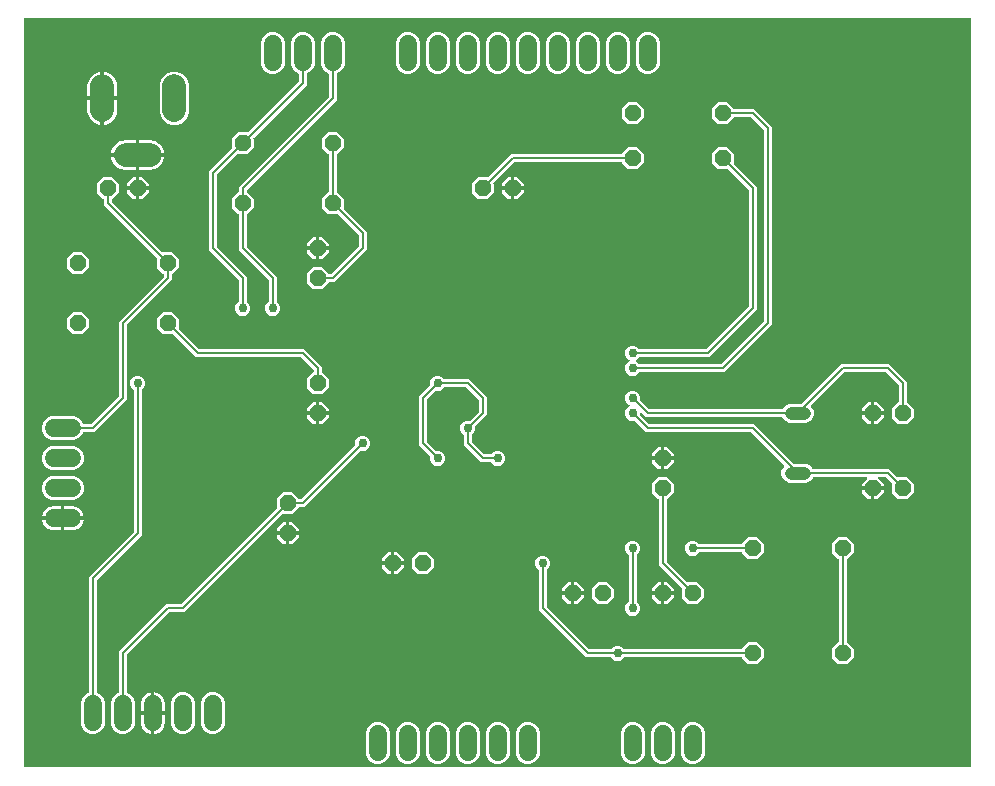
<source format=gbr>
G04 EAGLE Gerber RS-274X export*
G75*
%MOMM*%
%FSLAX34Y34*%
%LPD*%
%INBottom Copper*%
%IPPOS*%
%AMOC8*
5,1,8,0,0,1.08239X$1,22.5*%
G01*
%ADD10P,1.429621X8X292.500000*%
%ADD11P,1.429621X8X112.500000*%
%ADD12P,1.429621X8X22.500000*%
%ADD13C,1.524000*%
%ADD14P,1.429621X8X202.500000*%
%ADD15C,2.000000*%
%ADD16C,1.117600*%
%ADD17C,0.152400*%
%ADD18C,0.756400*%

G36*
X806778Y-71116D02*
X806778Y-71116D01*
X806797Y-71118D01*
X806899Y-71096D01*
X807001Y-71080D01*
X807018Y-71070D01*
X807038Y-71066D01*
X807127Y-71013D01*
X807218Y-70964D01*
X807232Y-70950D01*
X807249Y-70940D01*
X807316Y-70861D01*
X807388Y-70786D01*
X807396Y-70768D01*
X807409Y-70753D01*
X807448Y-70657D01*
X807491Y-70563D01*
X807493Y-70543D01*
X807501Y-70525D01*
X807519Y-70358D01*
X807519Y562358D01*
X807516Y562378D01*
X807518Y562397D01*
X807496Y562499D01*
X807480Y562601D01*
X807470Y562618D01*
X807466Y562638D01*
X807413Y562727D01*
X807364Y562818D01*
X807350Y562832D01*
X807340Y562849D01*
X807261Y562916D01*
X807186Y562988D01*
X807168Y562996D01*
X807153Y563009D01*
X807057Y563048D01*
X806963Y563091D01*
X806943Y563093D01*
X806925Y563101D01*
X806758Y563119D01*
X5842Y563119D01*
X5822Y563116D01*
X5803Y563118D01*
X5701Y563096D01*
X5599Y563080D01*
X5582Y563070D01*
X5562Y563066D01*
X5473Y563013D01*
X5382Y562964D01*
X5368Y562950D01*
X5351Y562940D01*
X5284Y562861D01*
X5212Y562786D01*
X5204Y562768D01*
X5191Y562753D01*
X5152Y562657D01*
X5109Y562563D01*
X5107Y562543D01*
X5099Y562525D01*
X5081Y562358D01*
X5081Y-70358D01*
X5084Y-70378D01*
X5082Y-70397D01*
X5104Y-70499D01*
X5120Y-70601D01*
X5130Y-70618D01*
X5134Y-70638D01*
X5187Y-70727D01*
X5236Y-70818D01*
X5250Y-70832D01*
X5260Y-70849D01*
X5339Y-70916D01*
X5414Y-70988D01*
X5432Y-70996D01*
X5447Y-71009D01*
X5543Y-71048D01*
X5637Y-71091D01*
X5657Y-71093D01*
X5675Y-71101D01*
X5842Y-71119D01*
X806758Y-71119D01*
X806778Y-71116D01*
G37*
%LPC*%
G36*
X745512Y155955D02*
X745512Y155955D01*
X740155Y161312D01*
X740155Y169060D01*
X740176Y169127D01*
X740175Y169147D01*
X740180Y169167D01*
X740172Y169270D01*
X740170Y169373D01*
X740163Y169392D01*
X740161Y169412D01*
X740121Y169507D01*
X740085Y169604D01*
X740073Y169620D01*
X740065Y169638D01*
X739960Y169769D01*
X735455Y174274D01*
X735381Y174327D01*
X735312Y174387D01*
X735281Y174399D01*
X735255Y174418D01*
X735168Y174445D01*
X735083Y174479D01*
X735042Y174483D01*
X735020Y174490D01*
X734988Y174489D01*
X734917Y174497D01*
X729273Y174497D01*
X729202Y174486D01*
X729131Y174484D01*
X729082Y174466D01*
X729030Y174458D01*
X728967Y174424D01*
X728900Y174399D01*
X728859Y174367D01*
X728813Y174342D01*
X728764Y174290D01*
X728708Y174246D01*
X728679Y174202D01*
X728644Y174164D01*
X728613Y174099D01*
X728575Y174039D01*
X728562Y173988D01*
X728540Y173941D01*
X728532Y173870D01*
X728515Y173800D01*
X728519Y173748D01*
X728513Y173697D01*
X728528Y173626D01*
X728534Y173555D01*
X728554Y173507D01*
X728565Y173456D01*
X728602Y173395D01*
X728630Y173329D01*
X728675Y173273D01*
X728691Y173245D01*
X728709Y173230D01*
X728735Y173198D01*
X733045Y168888D01*
X733045Y166623D01*
X724662Y166623D01*
X724642Y166620D01*
X724623Y166622D01*
X724521Y166600D01*
X724419Y166583D01*
X724402Y166574D01*
X724382Y166570D01*
X724293Y166517D01*
X724202Y166468D01*
X724188Y166454D01*
X724171Y166444D01*
X724104Y166365D01*
X724033Y166290D01*
X724024Y166272D01*
X724011Y166257D01*
X723973Y166161D01*
X723929Y166067D01*
X723927Y166047D01*
X723919Y166029D01*
X723901Y165862D01*
X723901Y165099D01*
X723899Y165099D01*
X723899Y165862D01*
X723896Y165882D01*
X723898Y165901D01*
X723876Y166003D01*
X723859Y166105D01*
X723850Y166122D01*
X723846Y166142D01*
X723793Y166231D01*
X723744Y166322D01*
X723730Y166336D01*
X723720Y166353D01*
X723641Y166420D01*
X723566Y166491D01*
X723548Y166500D01*
X723533Y166513D01*
X723437Y166552D01*
X723343Y166595D01*
X723323Y166597D01*
X723305Y166605D01*
X723138Y166623D01*
X714755Y166623D01*
X714755Y168888D01*
X719065Y173198D01*
X719107Y173256D01*
X719156Y173308D01*
X719178Y173355D01*
X719209Y173397D01*
X719230Y173466D01*
X719260Y173531D01*
X719266Y173583D01*
X719281Y173633D01*
X719279Y173704D01*
X719287Y173775D01*
X719276Y173826D01*
X719275Y173878D01*
X719250Y173946D01*
X719235Y174016D01*
X719208Y174061D01*
X719190Y174109D01*
X719145Y174165D01*
X719109Y174227D01*
X719069Y174261D01*
X719037Y174301D01*
X718976Y174340D01*
X718922Y174387D01*
X718873Y174406D01*
X718830Y174434D01*
X718760Y174452D01*
X718694Y174479D01*
X718622Y174487D01*
X718591Y174495D01*
X718568Y174493D01*
X718527Y174497D01*
X673927Y174497D01*
X673812Y174478D01*
X673696Y174461D01*
X673690Y174459D01*
X673684Y174458D01*
X673582Y174403D01*
X673477Y174350D01*
X673472Y174345D01*
X673467Y174342D01*
X673387Y174258D01*
X673305Y174174D01*
X673301Y174168D01*
X673298Y174164D01*
X673290Y174147D01*
X673224Y174027D01*
X672879Y173195D01*
X670593Y170909D01*
X667605Y169671D01*
X653195Y169671D01*
X650207Y170909D01*
X647921Y173195D01*
X646683Y176183D01*
X646683Y179417D01*
X647921Y182405D01*
X648984Y183468D01*
X648996Y183484D01*
X649012Y183497D01*
X649068Y183584D01*
X649128Y183668D01*
X649134Y183687D01*
X649145Y183704D01*
X649170Y183804D01*
X649200Y183903D01*
X649200Y183923D01*
X649205Y183942D01*
X649197Y184045D01*
X649194Y184149D01*
X649187Y184168D01*
X649186Y184188D01*
X649145Y184282D01*
X649110Y184380D01*
X649097Y184396D01*
X649089Y184414D01*
X648984Y184545D01*
X621155Y212374D01*
X621081Y212427D01*
X621012Y212487D01*
X620981Y212499D01*
X620955Y212518D01*
X620868Y212545D01*
X620783Y212579D01*
X620742Y212583D01*
X620720Y212590D01*
X620688Y212589D01*
X620617Y212597D01*
X532032Y212597D01*
X522575Y222054D01*
X522501Y222107D01*
X522432Y222167D01*
X522401Y222179D01*
X522375Y222198D01*
X522288Y222225D01*
X522203Y222259D01*
X522162Y222263D01*
X522140Y222270D01*
X522108Y222269D01*
X522037Y222277D01*
X519442Y222277D01*
X517118Y223240D01*
X515340Y225018D01*
X514377Y227342D01*
X514377Y229858D01*
X515340Y232182D01*
X517118Y233960D01*
X517810Y234247D01*
X517871Y234284D01*
X517937Y234314D01*
X517975Y234349D01*
X518019Y234376D01*
X518065Y234432D01*
X518118Y234480D01*
X518143Y234526D01*
X518176Y234566D01*
X518202Y234633D01*
X518236Y234696D01*
X518246Y234747D01*
X518264Y234795D01*
X518267Y234867D01*
X518280Y234938D01*
X518273Y234989D01*
X518275Y235041D01*
X518255Y235110D01*
X518244Y235181D01*
X518221Y235227D01*
X518206Y235277D01*
X518165Y235336D01*
X518133Y235400D01*
X518096Y235437D01*
X518066Y235479D01*
X518008Y235522D01*
X517957Y235572D01*
X517894Y235607D01*
X517869Y235626D01*
X517846Y235633D01*
X517810Y235653D01*
X517118Y235940D01*
X515340Y237718D01*
X514377Y240042D01*
X514377Y242558D01*
X515340Y244882D01*
X517118Y246660D01*
X519442Y247623D01*
X521958Y247623D01*
X524282Y246660D01*
X526060Y244882D01*
X527023Y242558D01*
X527023Y239963D01*
X527037Y239873D01*
X527045Y239782D01*
X527057Y239753D01*
X527062Y239721D01*
X527105Y239640D01*
X527141Y239556D01*
X527167Y239524D01*
X527178Y239503D01*
X527201Y239481D01*
X527246Y239425D01*
X534545Y232126D01*
X534619Y232073D01*
X534688Y232013D01*
X534719Y232001D01*
X534745Y231982D01*
X534832Y231955D01*
X534917Y231921D01*
X534958Y231917D01*
X534980Y231910D01*
X535012Y231911D01*
X535083Y231903D01*
X646873Y231903D01*
X646988Y231922D01*
X647104Y231939D01*
X647110Y231941D01*
X647116Y231942D01*
X647218Y231997D01*
X647323Y232050D01*
X647328Y232055D01*
X647333Y232058D01*
X647413Y232142D01*
X647495Y232226D01*
X647499Y232232D01*
X647502Y232236D01*
X647510Y232253D01*
X647576Y232373D01*
X647921Y233205D01*
X650207Y235491D01*
X653195Y236729D01*
X663543Y236729D01*
X663633Y236743D01*
X663724Y236751D01*
X663753Y236763D01*
X663785Y236768D01*
X663866Y236811D01*
X663950Y236847D01*
X663982Y236873D01*
X664003Y236884D01*
X664025Y236907D01*
X664081Y236952D01*
X694974Y267845D01*
X697132Y270003D01*
X737968Y270003D01*
X752603Y255368D01*
X752603Y238506D01*
X752606Y238486D01*
X752604Y238467D01*
X752626Y238365D01*
X752642Y238263D01*
X752652Y238246D01*
X752656Y238226D01*
X752709Y238137D01*
X752758Y238046D01*
X752772Y238032D01*
X752782Y238015D01*
X752861Y237948D01*
X752936Y237876D01*
X752954Y237868D01*
X752969Y237855D01*
X752983Y237850D01*
X758445Y232388D01*
X758445Y224812D01*
X753088Y219455D01*
X745512Y219455D01*
X740155Y224812D01*
X740155Y232388D01*
X745634Y237867D01*
X745696Y237900D01*
X745710Y237914D01*
X745727Y237924D01*
X745794Y238003D01*
X745866Y238078D01*
X745874Y238096D01*
X745887Y238111D01*
X745926Y238207D01*
X745969Y238301D01*
X745971Y238321D01*
X745979Y238339D01*
X745997Y238506D01*
X745997Y252317D01*
X745983Y252407D01*
X745975Y252498D01*
X745963Y252527D01*
X745958Y252559D01*
X745915Y252640D01*
X745879Y252724D01*
X745853Y252756D01*
X745842Y252777D01*
X745819Y252799D01*
X745774Y252855D01*
X735455Y263174D01*
X735381Y263227D01*
X735312Y263287D01*
X735281Y263299D01*
X735255Y263318D01*
X735168Y263345D01*
X735083Y263379D01*
X735042Y263383D01*
X735020Y263390D01*
X734988Y263389D01*
X734917Y263397D01*
X700183Y263397D01*
X700093Y263383D01*
X700002Y263375D01*
X699973Y263363D01*
X699941Y263358D01*
X699860Y263315D01*
X699776Y263279D01*
X699744Y263253D01*
X699723Y263242D01*
X699701Y263219D01*
X699645Y263174D01*
X671816Y235345D01*
X671804Y235329D01*
X671788Y235316D01*
X671732Y235229D01*
X671672Y235145D01*
X671666Y235126D01*
X671655Y235109D01*
X671630Y235009D01*
X671600Y234910D01*
X671600Y234890D01*
X671595Y234871D01*
X671603Y234768D01*
X671606Y234664D01*
X671613Y234645D01*
X671614Y234626D01*
X671655Y234531D01*
X671690Y234433D01*
X671703Y234417D01*
X671711Y234399D01*
X671816Y234268D01*
X672879Y233205D01*
X674117Y230217D01*
X674117Y226983D01*
X672879Y223995D01*
X670593Y221709D01*
X667605Y220471D01*
X653195Y220471D01*
X650207Y221709D01*
X647921Y223995D01*
X647576Y224827D01*
X647515Y224927D01*
X647455Y225027D01*
X647450Y225031D01*
X647447Y225036D01*
X647357Y225111D01*
X647268Y225187D01*
X647262Y225189D01*
X647257Y225193D01*
X647148Y225235D01*
X647040Y225279D01*
X647032Y225280D01*
X647028Y225281D01*
X647009Y225282D01*
X646873Y225297D01*
X532032Y225297D01*
X529874Y227455D01*
X528322Y229007D01*
X528264Y229049D01*
X528212Y229098D01*
X528165Y229120D01*
X528123Y229151D01*
X528054Y229172D01*
X527989Y229202D01*
X527937Y229208D01*
X527887Y229223D01*
X527816Y229221D01*
X527745Y229229D01*
X527694Y229218D01*
X527642Y229217D01*
X527574Y229192D01*
X527504Y229177D01*
X527459Y229150D01*
X527411Y229132D01*
X527355Y229087D01*
X527293Y229050D01*
X527259Y229011D01*
X527219Y228978D01*
X527180Y228918D01*
X527133Y228864D01*
X527114Y228815D01*
X527086Y228771D01*
X527068Y228702D01*
X527041Y228635D01*
X527033Y228564D01*
X527025Y228533D01*
X527027Y228510D01*
X527023Y228469D01*
X527023Y227263D01*
X527024Y227255D01*
X527024Y227251D01*
X527028Y227234D01*
X527037Y227173D01*
X527045Y227082D01*
X527057Y227053D01*
X527062Y227021D01*
X527105Y226940D01*
X527141Y226856D01*
X527167Y226824D01*
X527178Y226803D01*
X527201Y226781D01*
X527246Y226725D01*
X534545Y219426D01*
X534619Y219373D01*
X534688Y219313D01*
X534719Y219301D01*
X534745Y219282D01*
X534832Y219255D01*
X534917Y219221D01*
X534958Y219217D01*
X534980Y219210D01*
X535012Y219211D01*
X535083Y219203D01*
X623668Y219203D01*
X656719Y186152D01*
X656793Y186099D01*
X656862Y186039D01*
X656893Y186027D01*
X656919Y186008D01*
X657006Y185981D01*
X657091Y185947D01*
X657132Y185943D01*
X657154Y185936D01*
X657186Y185937D01*
X657257Y185929D01*
X667605Y185929D01*
X670593Y184691D01*
X672879Y182405D01*
X673224Y181573D01*
X673285Y181473D01*
X673345Y181373D01*
X673350Y181369D01*
X673353Y181364D01*
X673443Y181289D01*
X673532Y181213D01*
X673538Y181211D01*
X673543Y181207D01*
X673652Y181165D01*
X673760Y181121D01*
X673768Y181120D01*
X673772Y181119D01*
X673791Y181118D01*
X673927Y181103D01*
X737968Y181103D01*
X744631Y174440D01*
X744647Y174428D01*
X744660Y174412D01*
X744747Y174357D01*
X744831Y174296D01*
X744850Y174291D01*
X744867Y174280D01*
X744967Y174254D01*
X745066Y174224D01*
X745086Y174225D01*
X745105Y174220D01*
X745208Y174228D01*
X745312Y174230D01*
X745331Y174237D01*
X745351Y174239D01*
X745364Y174245D01*
X753088Y174245D01*
X758445Y168888D01*
X758445Y161312D01*
X753088Y155955D01*
X745512Y155955D01*
G37*
%LPD*%
%LPC*%
G36*
X519442Y260377D02*
X519442Y260377D01*
X517118Y261340D01*
X515340Y263118D01*
X514377Y265442D01*
X514377Y267958D01*
X515340Y270282D01*
X517118Y272060D01*
X517810Y272347D01*
X517871Y272384D01*
X517937Y272414D01*
X517975Y272449D01*
X518019Y272476D01*
X518065Y272532D01*
X518118Y272580D01*
X518143Y272626D01*
X518176Y272666D01*
X518202Y272733D01*
X518236Y272796D01*
X518246Y272847D01*
X518264Y272895D01*
X518267Y272967D01*
X518280Y273038D01*
X518273Y273089D01*
X518275Y273141D01*
X518255Y273210D01*
X518244Y273281D01*
X518221Y273327D01*
X518206Y273377D01*
X518165Y273436D01*
X518133Y273500D01*
X518096Y273537D01*
X518066Y273579D01*
X518009Y273622D01*
X517957Y273672D01*
X517894Y273707D01*
X517869Y273726D01*
X517846Y273733D01*
X517810Y273753D01*
X517118Y274040D01*
X515340Y275818D01*
X514377Y278142D01*
X514377Y280658D01*
X515340Y282982D01*
X517118Y284760D01*
X519442Y285723D01*
X521958Y285723D01*
X524282Y284760D01*
X526116Y282926D01*
X526190Y282873D01*
X526259Y282813D01*
X526290Y282801D01*
X526316Y282782D01*
X526403Y282755D01*
X526488Y282721D01*
X526529Y282717D01*
X526551Y282710D01*
X526583Y282711D01*
X526654Y282703D01*
X582517Y282703D01*
X582607Y282717D01*
X582698Y282725D01*
X582727Y282737D01*
X582759Y282742D01*
X582840Y282785D01*
X582924Y282821D01*
X582956Y282847D01*
X582977Y282858D01*
X582999Y282881D01*
X583055Y282926D01*
X618774Y318645D01*
X618827Y318719D01*
X618887Y318788D01*
X618899Y318819D01*
X618918Y318845D01*
X618945Y318932D01*
X618979Y319017D01*
X618983Y319058D01*
X618990Y319080D01*
X618989Y319112D01*
X618997Y319183D01*
X618997Y417417D01*
X618983Y417507D01*
X618975Y417598D01*
X618963Y417627D01*
X618958Y417659D01*
X618915Y417740D01*
X618879Y417824D01*
X618853Y417856D01*
X618842Y417877D01*
X618819Y417899D01*
X618774Y417955D01*
X601569Y435160D01*
X601553Y435172D01*
X601541Y435187D01*
X601453Y435243D01*
X601369Y435304D01*
X601351Y435309D01*
X601334Y435320D01*
X601233Y435346D01*
X601134Y435376D01*
X601114Y435375D01*
X601095Y435380D01*
X600992Y435372D01*
X600889Y435370D01*
X600870Y435363D01*
X600850Y435361D01*
X600836Y435355D01*
X593112Y435355D01*
X587755Y440712D01*
X587755Y448288D01*
X593112Y453645D01*
X600688Y453645D01*
X606045Y448288D01*
X606045Y440540D01*
X606024Y440473D01*
X606025Y440453D01*
X606020Y440433D01*
X606028Y440330D01*
X606030Y440227D01*
X606037Y440208D01*
X606039Y440188D01*
X606079Y440093D01*
X606115Y439996D01*
X606127Y439980D01*
X606135Y439962D01*
X606240Y439831D01*
X625603Y420468D01*
X625603Y316132D01*
X585568Y276097D01*
X526654Y276097D01*
X526564Y276083D01*
X526473Y276075D01*
X526444Y276063D01*
X526412Y276058D01*
X526331Y276015D01*
X526247Y275979D01*
X526215Y275953D01*
X526194Y275942D01*
X526172Y275919D01*
X526116Y275874D01*
X524282Y274040D01*
X523590Y273753D01*
X523529Y273716D01*
X523463Y273686D01*
X523425Y273651D01*
X523381Y273624D01*
X523335Y273568D01*
X523282Y273520D01*
X523257Y273474D01*
X523224Y273434D01*
X523198Y273367D01*
X523164Y273304D01*
X523154Y273253D01*
X523136Y273205D01*
X523133Y273133D01*
X523120Y273062D01*
X523127Y273011D01*
X523125Y272959D01*
X523145Y272890D01*
X523156Y272819D01*
X523179Y272773D01*
X523194Y272723D01*
X523235Y272664D01*
X523267Y272600D01*
X523304Y272563D01*
X523334Y272521D01*
X523392Y272478D01*
X523443Y272428D01*
X523506Y272393D01*
X523531Y272374D01*
X523554Y272366D01*
X523590Y272347D01*
X524282Y272060D01*
X526116Y270226D01*
X526190Y270173D01*
X526259Y270113D01*
X526290Y270101D01*
X526316Y270082D01*
X526403Y270055D01*
X526488Y270021D01*
X526529Y270017D01*
X526551Y270010D01*
X526583Y270011D01*
X526654Y270003D01*
X595217Y270003D01*
X595307Y270017D01*
X595398Y270025D01*
X595427Y270037D01*
X595459Y270042D01*
X595540Y270085D01*
X595624Y270121D01*
X595656Y270147D01*
X595677Y270158D01*
X595699Y270181D01*
X595755Y270226D01*
X631474Y305945D01*
X631520Y306008D01*
X631543Y306033D01*
X631547Y306042D01*
X631587Y306088D01*
X631599Y306119D01*
X631618Y306145D01*
X631645Y306232D01*
X631679Y306317D01*
X631683Y306358D01*
X631690Y306380D01*
X631689Y306412D01*
X631697Y306483D01*
X631697Y468217D01*
X631683Y468307D01*
X631675Y468398D01*
X631663Y468427D01*
X631658Y468459D01*
X631615Y468540D01*
X631579Y468624D01*
X631553Y468656D01*
X631542Y468677D01*
X631519Y468699D01*
X631474Y468755D01*
X621155Y479074D01*
X621081Y479127D01*
X621012Y479187D01*
X620981Y479199D01*
X620955Y479218D01*
X620868Y479245D01*
X620783Y479279D01*
X620742Y479283D01*
X620720Y479290D01*
X620688Y479289D01*
X620617Y479297D01*
X606806Y479297D01*
X606786Y479294D01*
X606767Y479296D01*
X606665Y479274D01*
X606563Y479258D01*
X606546Y479248D01*
X606526Y479244D01*
X606437Y479191D01*
X606346Y479142D01*
X606332Y479128D01*
X606315Y479118D01*
X606248Y479039D01*
X606176Y478964D01*
X606168Y478946D01*
X606155Y478931D01*
X606150Y478917D01*
X600688Y473455D01*
X593112Y473455D01*
X587755Y478812D01*
X587755Y486388D01*
X593112Y491745D01*
X600688Y491745D01*
X606167Y486266D01*
X606200Y486204D01*
X606214Y486190D01*
X606224Y486173D01*
X606303Y486106D01*
X606378Y486034D01*
X606396Y486026D01*
X606411Y486013D01*
X606507Y485974D01*
X606601Y485931D01*
X606621Y485929D01*
X606639Y485921D01*
X606806Y485903D01*
X623668Y485903D01*
X625826Y483745D01*
X636145Y473426D01*
X638303Y471268D01*
X638303Y303432D01*
X598268Y263397D01*
X526654Y263397D01*
X526564Y263383D01*
X526473Y263375D01*
X526444Y263363D01*
X526412Y263358D01*
X526331Y263315D01*
X526247Y263279D01*
X526215Y263253D01*
X526194Y263242D01*
X526172Y263219D01*
X526116Y263174D01*
X524282Y261340D01*
X521958Y260377D01*
X519442Y260377D01*
G37*
%LPD*%
%LPC*%
G36*
X86879Y-43181D02*
X86879Y-43181D01*
X83144Y-41634D01*
X80286Y-38776D01*
X78739Y-35041D01*
X78739Y-15759D01*
X80286Y-12024D01*
X83144Y-9166D01*
X85127Y-8345D01*
X85227Y-8283D01*
X85327Y-8223D01*
X85331Y-8218D01*
X85336Y-8215D01*
X85411Y-8126D01*
X85487Y-8036D01*
X85489Y-8030D01*
X85493Y-8026D01*
X85535Y-7918D01*
X85579Y-7808D01*
X85580Y-7801D01*
X85581Y-7796D01*
X85582Y-7778D01*
X85597Y-7641D01*
X85597Y26768D01*
X125632Y66803D01*
X138017Y66803D01*
X138107Y66817D01*
X138198Y66825D01*
X138227Y66837D01*
X138259Y66842D01*
X138340Y66885D01*
X138424Y66921D01*
X138456Y66947D01*
X138477Y66958D01*
X138499Y66981D01*
X138555Y67026D01*
X219260Y147731D01*
X219272Y147747D01*
X219287Y147759D01*
X219343Y147847D01*
X219404Y147931D01*
X219409Y147949D01*
X219420Y147966D01*
X219446Y148067D01*
X219476Y148166D01*
X219475Y148186D01*
X219480Y148205D01*
X219472Y148308D01*
X219470Y148412D01*
X219463Y148430D01*
X219461Y148450D01*
X219455Y148464D01*
X219455Y156188D01*
X224812Y161545D01*
X232388Y161545D01*
X237867Y156066D01*
X237900Y156004D01*
X237914Y155990D01*
X237924Y155973D01*
X238003Y155906D01*
X238078Y155834D01*
X238096Y155826D01*
X238111Y155813D01*
X238207Y155774D01*
X238301Y155731D01*
X238321Y155729D01*
X238339Y155721D01*
X238506Y155703D01*
X239617Y155703D01*
X239707Y155717D01*
X239798Y155725D01*
X239827Y155737D01*
X239859Y155742D01*
X239940Y155785D01*
X240024Y155821D01*
X240056Y155847D01*
X240077Y155858D01*
X240099Y155881D01*
X240155Y155926D01*
X285554Y201325D01*
X285607Y201399D01*
X285667Y201468D01*
X285679Y201499D01*
X285698Y201525D01*
X285725Y201612D01*
X285759Y201697D01*
X285763Y201738D01*
X285770Y201760D01*
X285769Y201792D01*
X285777Y201863D01*
X285777Y204458D01*
X286740Y206782D01*
X288518Y208560D01*
X290842Y209523D01*
X293358Y209523D01*
X295682Y208560D01*
X297460Y206782D01*
X298423Y204458D01*
X298423Y201942D01*
X297460Y199618D01*
X295682Y197840D01*
X293358Y196877D01*
X290763Y196877D01*
X290673Y196863D01*
X290582Y196855D01*
X290553Y196843D01*
X290521Y196838D01*
X290440Y196795D01*
X290356Y196759D01*
X290324Y196733D01*
X290303Y196722D01*
X290281Y196699D01*
X290225Y196654D01*
X242668Y149097D01*
X238506Y149097D01*
X238486Y149094D01*
X238467Y149096D01*
X238365Y149074D01*
X238263Y149058D01*
X238246Y149048D01*
X238226Y149044D01*
X238137Y148991D01*
X238046Y148942D01*
X238032Y148928D01*
X238015Y148918D01*
X237948Y148839D01*
X237876Y148764D01*
X237868Y148746D01*
X237855Y148731D01*
X237850Y148717D01*
X232388Y143255D01*
X224640Y143255D01*
X224573Y143276D01*
X224553Y143275D01*
X224533Y143280D01*
X224430Y143272D01*
X224327Y143270D01*
X224308Y143263D01*
X224288Y143261D01*
X224193Y143221D01*
X224096Y143185D01*
X224080Y143173D01*
X224062Y143165D01*
X223931Y143060D01*
X143226Y62355D01*
X141068Y60197D01*
X128683Y60197D01*
X128593Y60183D01*
X128502Y60175D01*
X128473Y60163D01*
X128441Y60158D01*
X128360Y60115D01*
X128276Y60079D01*
X128244Y60053D01*
X128223Y60042D01*
X128201Y60019D01*
X128145Y59974D01*
X92426Y24255D01*
X92373Y24181D01*
X92313Y24112D01*
X92301Y24081D01*
X92282Y24055D01*
X92255Y23968D01*
X92221Y23883D01*
X92217Y23842D01*
X92210Y23820D01*
X92211Y23788D01*
X92203Y23717D01*
X92203Y-7641D01*
X92222Y-7756D01*
X92239Y-7872D01*
X92241Y-7878D01*
X92242Y-7884D01*
X92297Y-7987D01*
X92350Y-8092D01*
X92355Y-8096D01*
X92358Y-8102D01*
X92442Y-8181D01*
X92526Y-8264D01*
X92532Y-8268D01*
X92536Y-8271D01*
X92553Y-8279D01*
X92673Y-8345D01*
X94656Y-9166D01*
X97514Y-12024D01*
X99061Y-15759D01*
X99061Y-35041D01*
X97514Y-38776D01*
X94656Y-41634D01*
X90921Y-43181D01*
X86879Y-43181D01*
G37*
%LPD*%
%LPC*%
G36*
X28459Y205739D02*
X28459Y205739D01*
X24724Y207286D01*
X21866Y210144D01*
X20319Y213879D01*
X20319Y217921D01*
X21866Y221656D01*
X24724Y224514D01*
X28459Y226061D01*
X47741Y226061D01*
X51476Y224514D01*
X54334Y221656D01*
X55155Y219673D01*
X55217Y219573D01*
X55277Y219473D01*
X55281Y219469D01*
X55285Y219464D01*
X55375Y219389D01*
X55464Y219313D01*
X55469Y219311D01*
X55474Y219307D01*
X55583Y219265D01*
X55692Y219221D01*
X55699Y219220D01*
X55704Y219219D01*
X55722Y219218D01*
X55858Y219203D01*
X61817Y219203D01*
X61907Y219217D01*
X61998Y219225D01*
X62027Y219237D01*
X62059Y219242D01*
X62140Y219285D01*
X62224Y219321D01*
X62256Y219347D01*
X62277Y219358D01*
X62299Y219381D01*
X62355Y219426D01*
X85374Y242445D01*
X85427Y242519D01*
X85487Y242588D01*
X85499Y242619D01*
X85518Y242645D01*
X85545Y242732D01*
X85579Y242817D01*
X85583Y242858D01*
X85590Y242880D01*
X85589Y242912D01*
X85597Y242983D01*
X85597Y306168D01*
X123474Y344045D01*
X123527Y344119D01*
X123587Y344188D01*
X123599Y344219D01*
X123618Y344245D01*
X123645Y344332D01*
X123679Y344417D01*
X123683Y344458D01*
X123690Y344480D01*
X123689Y344512D01*
X123697Y344583D01*
X123697Y345694D01*
X123694Y345714D01*
X123696Y345733D01*
X123674Y345835D01*
X123658Y345937D01*
X123648Y345954D01*
X123644Y345974D01*
X123591Y346063D01*
X123542Y346154D01*
X123528Y346168D01*
X123518Y346185D01*
X123439Y346252D01*
X123364Y346324D01*
X123346Y346332D01*
X123331Y346345D01*
X123317Y346350D01*
X117855Y351812D01*
X117855Y359560D01*
X117876Y359627D01*
X117875Y359647D01*
X117880Y359667D01*
X117872Y359770D01*
X117870Y359873D01*
X117863Y359892D01*
X117861Y359912D01*
X117821Y360007D01*
X117785Y360104D01*
X117773Y360120D01*
X117765Y360138D01*
X117692Y360229D01*
X117686Y360239D01*
X117679Y360245D01*
X117660Y360269D01*
X72897Y405032D01*
X72897Y409194D01*
X72894Y409214D01*
X72896Y409233D01*
X72874Y409335D01*
X72858Y409437D01*
X72848Y409454D01*
X72844Y409474D01*
X72791Y409563D01*
X72742Y409654D01*
X72728Y409668D01*
X72718Y409685D01*
X72639Y409752D01*
X72564Y409824D01*
X72546Y409832D01*
X72531Y409845D01*
X72517Y409850D01*
X67055Y415312D01*
X67055Y422888D01*
X72412Y428245D01*
X79988Y428245D01*
X85345Y422888D01*
X85345Y415312D01*
X79866Y409833D01*
X79804Y409800D01*
X79790Y409786D01*
X79773Y409776D01*
X79706Y409697D01*
X79634Y409622D01*
X79626Y409604D01*
X79613Y409589D01*
X79574Y409493D01*
X79531Y409399D01*
X79529Y409379D01*
X79521Y409361D01*
X79503Y409194D01*
X79503Y408083D01*
X79517Y407993D01*
X79525Y407902D01*
X79537Y407873D01*
X79542Y407841D01*
X79585Y407760D01*
X79621Y407676D01*
X79647Y407644D01*
X79658Y407623D01*
X79681Y407601D01*
X79726Y407545D01*
X122331Y364940D01*
X122347Y364928D01*
X122359Y364913D01*
X122447Y364857D01*
X122531Y364796D01*
X122549Y364791D01*
X122566Y364780D01*
X122667Y364754D01*
X122766Y364724D01*
X122786Y364725D01*
X122805Y364720D01*
X122908Y364728D01*
X123011Y364730D01*
X123030Y364737D01*
X123050Y364739D01*
X123064Y364745D01*
X130788Y364745D01*
X136145Y359388D01*
X136145Y351812D01*
X130666Y346333D01*
X130604Y346300D01*
X130590Y346286D01*
X130573Y346276D01*
X130506Y346197D01*
X130434Y346122D01*
X130426Y346104D01*
X130413Y346089D01*
X130374Y345993D01*
X130331Y345899D01*
X130329Y345879D01*
X130321Y345861D01*
X130303Y345694D01*
X130303Y341532D01*
X128145Y339374D01*
X92426Y303655D01*
X92373Y303581D01*
X92313Y303512D01*
X92301Y303481D01*
X92282Y303455D01*
X92255Y303368D01*
X92221Y303283D01*
X92217Y303242D01*
X92210Y303220D01*
X92211Y303188D01*
X92203Y303117D01*
X92203Y239932D01*
X64868Y212597D01*
X55858Y212597D01*
X55744Y212578D01*
X55628Y212561D01*
X55622Y212559D01*
X55616Y212558D01*
X55513Y212503D01*
X55408Y212450D01*
X55404Y212445D01*
X55398Y212442D01*
X55319Y212358D01*
X55236Y212274D01*
X55232Y212268D01*
X55229Y212264D01*
X55221Y212247D01*
X55155Y212127D01*
X54334Y210144D01*
X51476Y207286D01*
X47741Y205739D01*
X28459Y205739D01*
G37*
%LPD*%
%LPC*%
G36*
X61479Y-43181D02*
X61479Y-43181D01*
X57744Y-41634D01*
X54886Y-38776D01*
X53339Y-35041D01*
X53339Y-15759D01*
X54886Y-12024D01*
X57744Y-9166D01*
X59727Y-8345D01*
X59827Y-8283D01*
X59927Y-8223D01*
X59931Y-8219D01*
X59936Y-8215D01*
X60011Y-8125D01*
X60087Y-8036D01*
X60089Y-8031D01*
X60093Y-8026D01*
X60135Y-7917D01*
X60179Y-7808D01*
X60180Y-7801D01*
X60181Y-7796D01*
X60182Y-7778D01*
X60197Y-7642D01*
X60197Y90268D01*
X98074Y128145D01*
X98127Y128219D01*
X98187Y128288D01*
X98199Y128319D01*
X98218Y128345D01*
X98245Y128432D01*
X98279Y128517D01*
X98283Y128558D01*
X98290Y128580D01*
X98289Y128612D01*
X98297Y128683D01*
X98297Y248046D01*
X98283Y248136D01*
X98275Y248227D01*
X98263Y248256D01*
X98258Y248288D01*
X98215Y248369D01*
X98179Y248453D01*
X98153Y248485D01*
X98142Y248506D01*
X98119Y248528D01*
X98074Y248584D01*
X96240Y250418D01*
X95277Y252742D01*
X95277Y255258D01*
X96240Y257582D01*
X98018Y259360D01*
X100342Y260323D01*
X102858Y260323D01*
X105182Y259360D01*
X106960Y257582D01*
X107923Y255258D01*
X107923Y252742D01*
X106960Y250418D01*
X105126Y248584D01*
X105073Y248510D01*
X105013Y248441D01*
X105001Y248410D01*
X104982Y248384D01*
X104955Y248297D01*
X104921Y248212D01*
X104917Y248171D01*
X104910Y248149D01*
X104911Y248117D01*
X104903Y248046D01*
X104903Y125632D01*
X67026Y87755D01*
X66983Y87696D01*
X66939Y87649D01*
X66931Y87632D01*
X66913Y87612D01*
X66901Y87581D01*
X66882Y87555D01*
X66857Y87473D01*
X66835Y87426D01*
X66834Y87414D01*
X66821Y87383D01*
X66817Y87342D01*
X66810Y87320D01*
X66811Y87288D01*
X66803Y87217D01*
X66803Y-7642D01*
X66822Y-7756D01*
X66839Y-7872D01*
X66841Y-7878D01*
X66842Y-7884D01*
X66897Y-7987D01*
X66950Y-8092D01*
X66955Y-8096D01*
X66958Y-8102D01*
X67042Y-8181D01*
X67126Y-8264D01*
X67132Y-8268D01*
X67136Y-8271D01*
X67153Y-8279D01*
X67273Y-8345D01*
X69256Y-9166D01*
X72114Y-12024D01*
X73661Y-15759D01*
X73661Y-35041D01*
X72114Y-38776D01*
X69256Y-41634D01*
X65521Y-43181D01*
X61479Y-43181D01*
G37*
%LPD*%
%LPC*%
G36*
X214642Y311177D02*
X214642Y311177D01*
X212318Y312140D01*
X210540Y313918D01*
X209577Y316242D01*
X209577Y318758D01*
X210540Y321082D01*
X212374Y322916D01*
X212427Y322990D01*
X212487Y323059D01*
X212499Y323089D01*
X212518Y323116D01*
X212545Y323203D01*
X212579Y323288D01*
X212583Y323328D01*
X212590Y323351D01*
X212589Y323383D01*
X212597Y323454D01*
X212597Y341217D01*
X212583Y341307D01*
X212575Y341398D01*
X212563Y341427D01*
X212558Y341459D01*
X212515Y341540D01*
X212479Y341624D01*
X212453Y341656D01*
X212442Y341677D01*
X212419Y341699D01*
X212374Y341755D01*
X187197Y366932D01*
X187197Y396494D01*
X187194Y396514D01*
X187196Y396533D01*
X187174Y396635D01*
X187158Y396737D01*
X187148Y396754D01*
X187144Y396774D01*
X187091Y396863D01*
X187042Y396954D01*
X187028Y396968D01*
X187018Y396985D01*
X186939Y397052D01*
X186864Y397124D01*
X186846Y397132D01*
X186831Y397145D01*
X186817Y397150D01*
X181355Y402612D01*
X181355Y410188D01*
X186834Y415667D01*
X186896Y415700D01*
X186910Y415714D01*
X186927Y415724D01*
X186994Y415803D01*
X187066Y415878D01*
X187074Y415896D01*
X187087Y415911D01*
X187126Y416007D01*
X187169Y416101D01*
X187171Y416121D01*
X187179Y416139D01*
X187197Y416306D01*
X187197Y420468D01*
X263174Y496445D01*
X263227Y496519D01*
X263287Y496588D01*
X263299Y496619D01*
X263318Y496645D01*
X263345Y496732D01*
X263379Y496817D01*
X263383Y496858D01*
X263390Y496880D01*
X263389Y496912D01*
X263397Y496983D01*
X263397Y515641D01*
X263378Y515756D01*
X263361Y515872D01*
X263359Y515878D01*
X263358Y515884D01*
X263303Y515987D01*
X263250Y516092D01*
X263245Y516096D01*
X263242Y516102D01*
X263158Y516181D01*
X263074Y516264D01*
X263068Y516268D01*
X263064Y516271D01*
X263047Y516279D01*
X262927Y516345D01*
X260944Y517166D01*
X258086Y520024D01*
X256539Y523759D01*
X256539Y543041D01*
X258086Y546776D01*
X260944Y549634D01*
X264679Y551181D01*
X268721Y551181D01*
X272456Y549634D01*
X275314Y546776D01*
X276861Y543041D01*
X276861Y523759D01*
X275314Y520024D01*
X272456Y517166D01*
X270473Y516345D01*
X270373Y516283D01*
X270273Y516223D01*
X270269Y516218D01*
X270264Y516215D01*
X270189Y516126D01*
X270113Y516036D01*
X270111Y516030D01*
X270107Y516026D01*
X270065Y515918D01*
X270021Y515808D01*
X270020Y515801D01*
X270019Y515796D01*
X270018Y515778D01*
X270003Y515641D01*
X270003Y493932D01*
X194026Y417955D01*
X193973Y417881D01*
X193913Y417812D01*
X193901Y417781D01*
X193882Y417755D01*
X193855Y417668D01*
X193821Y417583D01*
X193817Y417542D01*
X193810Y417520D01*
X193811Y417488D01*
X193803Y417417D01*
X193803Y416306D01*
X193806Y416286D01*
X193804Y416267D01*
X193826Y416165D01*
X193842Y416063D01*
X193852Y416046D01*
X193856Y416026D01*
X193909Y415937D01*
X193958Y415846D01*
X193972Y415832D01*
X193982Y415815D01*
X194061Y415748D01*
X194136Y415676D01*
X194154Y415668D01*
X194169Y415655D01*
X194183Y415650D01*
X199645Y410188D01*
X199645Y402612D01*
X194166Y397133D01*
X194104Y397100D01*
X194090Y397086D01*
X194073Y397076D01*
X194006Y396997D01*
X193934Y396922D01*
X193926Y396904D01*
X193913Y396889D01*
X193874Y396793D01*
X193831Y396699D01*
X193829Y396679D01*
X193821Y396661D01*
X193803Y396494D01*
X193803Y369983D01*
X193817Y369893D01*
X193825Y369802D01*
X193837Y369773D01*
X193842Y369741D01*
X193885Y369660D01*
X193921Y369576D01*
X193947Y369544D01*
X193958Y369523D01*
X193981Y369501D01*
X194026Y369445D01*
X219203Y344268D01*
X219203Y323454D01*
X219217Y323364D01*
X219225Y323273D01*
X219237Y323243D01*
X219242Y323212D01*
X219285Y323131D01*
X219321Y323047D01*
X219347Y323015D01*
X219358Y322994D01*
X219381Y322972D01*
X219426Y322916D01*
X221260Y321082D01*
X222223Y318758D01*
X222223Y316242D01*
X221260Y313918D01*
X219482Y312140D01*
X217158Y311177D01*
X214642Y311177D01*
G37*
%LPD*%
%LPC*%
G36*
X189242Y311177D02*
X189242Y311177D01*
X186918Y312140D01*
X185140Y313918D01*
X184177Y316242D01*
X184177Y318758D01*
X185140Y321082D01*
X186974Y322916D01*
X187027Y322990D01*
X187087Y323059D01*
X187099Y323090D01*
X187118Y323116D01*
X187145Y323203D01*
X187179Y323288D01*
X187183Y323329D01*
X187190Y323351D01*
X187189Y323383D01*
X187197Y323454D01*
X187197Y341217D01*
X187183Y341307D01*
X187175Y341398D01*
X187163Y341427D01*
X187158Y341459D01*
X187115Y341540D01*
X187079Y341624D01*
X187053Y341656D01*
X187042Y341677D01*
X187019Y341699D01*
X186974Y341755D01*
X161797Y366932D01*
X161797Y433168D01*
X163955Y435326D01*
X181160Y452531D01*
X181172Y452547D01*
X181187Y452559D01*
X181243Y452647D01*
X181304Y452731D01*
X181309Y452749D01*
X181320Y452766D01*
X181346Y452867D01*
X181376Y452966D01*
X181375Y452986D01*
X181380Y453005D01*
X181372Y453108D01*
X181370Y453211D01*
X181363Y453230D01*
X181361Y453250D01*
X181355Y453264D01*
X181355Y460988D01*
X186712Y466345D01*
X194450Y466345D01*
X194458Y466342D01*
X194477Y466340D01*
X194527Y466324D01*
X194547Y466325D01*
X194567Y466320D01*
X194620Y466324D01*
X194625Y466323D01*
X194637Y466323D01*
X194660Y466327D01*
X194670Y466328D01*
X194773Y466330D01*
X194792Y466337D01*
X194812Y466339D01*
X194862Y466360D01*
X194880Y466363D01*
X194919Y466384D01*
X195004Y466415D01*
X195020Y466427D01*
X195038Y466435D01*
X195081Y466470D01*
X195097Y466478D01*
X195115Y466496D01*
X195169Y466540D01*
X237774Y509145D01*
X237827Y509219D01*
X237887Y509288D01*
X237899Y509319D01*
X237918Y509345D01*
X237945Y509432D01*
X237979Y509517D01*
X237983Y509558D01*
X237990Y509580D01*
X237989Y509612D01*
X237997Y509683D01*
X237997Y515641D01*
X237978Y515756D01*
X237961Y515872D01*
X237959Y515878D01*
X237958Y515884D01*
X237903Y515987D01*
X237850Y516092D01*
X237845Y516096D01*
X237842Y516102D01*
X237758Y516181D01*
X237674Y516264D01*
X237668Y516268D01*
X237664Y516271D01*
X237647Y516279D01*
X237527Y516345D01*
X235544Y517166D01*
X232686Y520024D01*
X231139Y523759D01*
X231139Y543041D01*
X232686Y546776D01*
X235544Y549634D01*
X239279Y551181D01*
X243321Y551181D01*
X247056Y549634D01*
X249914Y546776D01*
X251461Y543041D01*
X251461Y523759D01*
X249914Y520024D01*
X247056Y517166D01*
X245073Y516345D01*
X244973Y516283D01*
X244873Y516223D01*
X244869Y516218D01*
X244864Y516215D01*
X244789Y516126D01*
X244713Y516036D01*
X244711Y516030D01*
X244707Y516026D01*
X244665Y515918D01*
X244621Y515808D01*
X244620Y515801D01*
X244619Y515796D01*
X244618Y515778D01*
X244603Y515641D01*
X244603Y506632D01*
X199840Y461869D01*
X199828Y461853D01*
X199813Y461841D01*
X199757Y461753D01*
X199696Y461669D01*
X199691Y461651D01*
X199680Y461634D01*
X199654Y461533D01*
X199624Y461434D01*
X199625Y461414D01*
X199620Y461395D01*
X199628Y461292D01*
X199630Y461189D01*
X199637Y461170D01*
X199639Y461150D01*
X199645Y461136D01*
X199645Y453412D01*
X194288Y448055D01*
X186540Y448055D01*
X186473Y448076D01*
X186453Y448075D01*
X186433Y448080D01*
X186330Y448072D01*
X186227Y448070D01*
X186208Y448063D01*
X186188Y448061D01*
X186093Y448021D01*
X185996Y447985D01*
X185980Y447973D01*
X185962Y447965D01*
X185831Y447860D01*
X168626Y430655D01*
X168573Y430581D01*
X168513Y430512D01*
X168501Y430481D01*
X168482Y430455D01*
X168455Y430368D01*
X168421Y430283D01*
X168417Y430242D01*
X168410Y430220D01*
X168411Y430188D01*
X168403Y430117D01*
X168403Y369983D01*
X168417Y369893D01*
X168425Y369802D01*
X168437Y369773D01*
X168442Y369741D01*
X168485Y369660D01*
X168521Y369576D01*
X168547Y369544D01*
X168558Y369523D01*
X168581Y369501D01*
X168626Y369445D01*
X193803Y344268D01*
X193803Y323454D01*
X193817Y323364D01*
X193825Y323273D01*
X193837Y323244D01*
X193842Y323212D01*
X193885Y323131D01*
X193921Y323047D01*
X193947Y323015D01*
X193958Y322994D01*
X193981Y322972D01*
X194026Y322916D01*
X195860Y321082D01*
X196823Y318758D01*
X196823Y316242D01*
X195860Y313918D01*
X194082Y312140D01*
X191758Y311177D01*
X189242Y311177D01*
G37*
%LPD*%
%LPC*%
G36*
X618512Y16255D02*
X618512Y16255D01*
X613033Y21734D01*
X613000Y21796D01*
X612986Y21810D01*
X612976Y21827D01*
X612897Y21894D01*
X612822Y21966D01*
X612804Y21974D01*
X612789Y21987D01*
X612693Y22026D01*
X612599Y22069D01*
X612579Y22071D01*
X612561Y22079D01*
X612394Y22097D01*
X513954Y22097D01*
X513864Y22083D01*
X513773Y22075D01*
X513744Y22063D01*
X513712Y22058D01*
X513631Y22015D01*
X513547Y21979D01*
X513515Y21953D01*
X513494Y21942D01*
X513472Y21919D01*
X513416Y21874D01*
X511582Y20040D01*
X509258Y19077D01*
X506742Y19077D01*
X504418Y20040D01*
X502584Y21874D01*
X502510Y21927D01*
X502441Y21987D01*
X502410Y21999D01*
X502384Y22018D01*
X502297Y22045D01*
X502212Y22079D01*
X502171Y22083D01*
X502149Y22090D01*
X502117Y22089D01*
X502046Y22097D01*
X481232Y22097D01*
X441197Y62132D01*
X441197Y95646D01*
X441183Y95736D01*
X441175Y95827D01*
X441163Y95856D01*
X441158Y95888D01*
X441115Y95969D01*
X441079Y96053D01*
X441053Y96085D01*
X441042Y96106D01*
X441019Y96128D01*
X440974Y96184D01*
X439140Y98018D01*
X438177Y100342D01*
X438177Y102858D01*
X439140Y105182D01*
X440918Y106960D01*
X443242Y107923D01*
X445758Y107923D01*
X448082Y106960D01*
X449860Y105182D01*
X450823Y102858D01*
X450823Y100342D01*
X449860Y98018D01*
X448026Y96184D01*
X447973Y96110D01*
X447913Y96041D01*
X447901Y96010D01*
X447882Y95984D01*
X447855Y95897D01*
X447821Y95812D01*
X447817Y95771D01*
X447810Y95749D01*
X447811Y95717D01*
X447803Y95646D01*
X447803Y65183D01*
X447817Y65093D01*
X447825Y65002D01*
X447837Y64973D01*
X447842Y64941D01*
X447885Y64860D01*
X447921Y64776D01*
X447947Y64744D01*
X447958Y64723D01*
X447981Y64701D01*
X448026Y64645D01*
X483745Y28926D01*
X483819Y28873D01*
X483888Y28813D01*
X483919Y28801D01*
X483945Y28782D01*
X484032Y28755D01*
X484117Y28721D01*
X484158Y28717D01*
X484180Y28710D01*
X484212Y28711D01*
X484283Y28703D01*
X502046Y28703D01*
X502136Y28717D01*
X502227Y28725D01*
X502256Y28737D01*
X502288Y28742D01*
X502369Y28785D01*
X502453Y28821D01*
X502485Y28847D01*
X502506Y28858D01*
X502528Y28881D01*
X502584Y28926D01*
X504418Y30760D01*
X506742Y31723D01*
X509258Y31723D01*
X511582Y30760D01*
X513416Y28926D01*
X513490Y28873D01*
X513559Y28813D01*
X513590Y28801D01*
X513616Y28782D01*
X513703Y28755D01*
X513788Y28721D01*
X513829Y28717D01*
X513851Y28710D01*
X513883Y28711D01*
X513954Y28703D01*
X612394Y28703D01*
X612414Y28706D01*
X612433Y28704D01*
X612535Y28726D01*
X612637Y28742D01*
X612654Y28752D01*
X612674Y28756D01*
X612763Y28809D01*
X612854Y28858D01*
X612868Y28872D01*
X612885Y28882D01*
X612952Y28961D01*
X613024Y29036D01*
X613032Y29054D01*
X613045Y29069D01*
X613050Y29083D01*
X618512Y34545D01*
X626088Y34545D01*
X631445Y29188D01*
X631445Y21612D01*
X626088Y16255D01*
X618512Y16255D01*
G37*
%LPD*%
%LPC*%
G36*
X250212Y333755D02*
X250212Y333755D01*
X244855Y339112D01*
X244855Y346688D01*
X250212Y352045D01*
X257788Y352045D01*
X263267Y346566D01*
X263300Y346504D01*
X263314Y346490D01*
X263324Y346473D01*
X263403Y346406D01*
X263478Y346334D01*
X263496Y346326D01*
X263511Y346313D01*
X263607Y346274D01*
X263701Y346231D01*
X263721Y346229D01*
X263739Y346221D01*
X263906Y346203D01*
X265017Y346203D01*
X265107Y346217D01*
X265198Y346225D01*
X265227Y346237D01*
X265259Y346242D01*
X265340Y346285D01*
X265424Y346321D01*
X265456Y346347D01*
X265477Y346358D01*
X265499Y346381D01*
X265555Y346426D01*
X288574Y369445D01*
X288627Y369519D01*
X288687Y369588D01*
X288699Y369619D01*
X288718Y369645D01*
X288745Y369732D01*
X288779Y369817D01*
X288783Y369858D01*
X288790Y369880D01*
X288789Y369912D01*
X288797Y369983D01*
X288797Y379317D01*
X288783Y379407D01*
X288775Y379498D01*
X288763Y379527D01*
X288758Y379559D01*
X288715Y379640D01*
X288679Y379724D01*
X288653Y379756D01*
X288642Y379777D01*
X288619Y379799D01*
X288574Y379855D01*
X271369Y397060D01*
X271353Y397072D01*
X271340Y397088D01*
X271253Y397143D01*
X271169Y397204D01*
X271150Y397209D01*
X271133Y397220D01*
X271033Y397246D01*
X270934Y397276D01*
X270914Y397275D01*
X270895Y397280D01*
X270792Y397272D01*
X270688Y397270D01*
X270669Y397263D01*
X270649Y397261D01*
X270636Y397255D01*
X262912Y397255D01*
X257555Y402612D01*
X257555Y410188D01*
X263034Y415667D01*
X263096Y415700D01*
X263110Y415714D01*
X263127Y415724D01*
X263194Y415803D01*
X263266Y415878D01*
X263274Y415896D01*
X263287Y415911D01*
X263326Y416007D01*
X263369Y416101D01*
X263371Y416121D01*
X263379Y416139D01*
X263397Y416306D01*
X263397Y447294D01*
X263394Y447313D01*
X263396Y447331D01*
X263396Y447332D01*
X263396Y447333D01*
X263374Y447435D01*
X263358Y447537D01*
X263348Y447554D01*
X263344Y447574D01*
X263291Y447663D01*
X263242Y447754D01*
X263228Y447768D01*
X263218Y447785D01*
X263139Y447852D01*
X263064Y447924D01*
X263046Y447932D01*
X263031Y447945D01*
X263017Y447950D01*
X257555Y453412D01*
X257555Y460988D01*
X262912Y466345D01*
X270488Y466345D01*
X275845Y460988D01*
X275845Y453412D01*
X270366Y447933D01*
X270304Y447900D01*
X270290Y447886D01*
X270273Y447876D01*
X270206Y447797D01*
X270134Y447722D01*
X270126Y447704D01*
X270113Y447689D01*
X270074Y447593D01*
X270031Y447499D01*
X270029Y447479D01*
X270021Y447461D01*
X270003Y447294D01*
X270003Y416306D01*
X270006Y416286D01*
X270004Y416267D01*
X270026Y416165D01*
X270042Y416063D01*
X270052Y416046D01*
X270056Y416026D01*
X270109Y415937D01*
X270158Y415846D01*
X270172Y415832D01*
X270182Y415815D01*
X270261Y415748D01*
X270336Y415676D01*
X270354Y415668D01*
X270369Y415655D01*
X270383Y415650D01*
X275845Y410188D01*
X275845Y402440D01*
X275824Y402373D01*
X275825Y402353D01*
X275820Y402333D01*
X275828Y402230D01*
X275830Y402127D01*
X275837Y402108D01*
X275839Y402088D01*
X275879Y401993D01*
X275915Y401896D01*
X275927Y401880D01*
X275935Y401862D01*
X276040Y401731D01*
X295403Y382368D01*
X295403Y366932D01*
X268068Y339597D01*
X263906Y339597D01*
X263886Y339594D01*
X263867Y339596D01*
X263765Y339574D01*
X263663Y339558D01*
X263646Y339548D01*
X263626Y339544D01*
X263537Y339491D01*
X263446Y339442D01*
X263432Y339428D01*
X263415Y339418D01*
X263348Y339339D01*
X263276Y339264D01*
X263268Y339246D01*
X263255Y339231D01*
X263250Y339217D01*
X257788Y333755D01*
X250212Y333755D01*
G37*
%LPD*%
%LPC*%
G36*
X354342Y184177D02*
X354342Y184177D01*
X352018Y185140D01*
X350240Y186918D01*
X349277Y189242D01*
X349277Y191837D01*
X349263Y191927D01*
X349255Y192018D01*
X349243Y192047D01*
X349238Y192079D01*
X349195Y192160D01*
X349159Y192244D01*
X349133Y192276D01*
X349122Y192297D01*
X349099Y192319D01*
X349054Y192375D01*
X339597Y201832D01*
X339597Y242668D01*
X349054Y252125D01*
X349107Y252199D01*
X349167Y252268D01*
X349179Y252299D01*
X349198Y252325D01*
X349225Y252412D01*
X349259Y252497D01*
X349263Y252538D01*
X349270Y252560D01*
X349269Y252592D01*
X349277Y252663D01*
X349277Y255258D01*
X350240Y257582D01*
X352018Y259360D01*
X354342Y260323D01*
X356858Y260323D01*
X359182Y259360D01*
X361016Y257526D01*
X361090Y257473D01*
X361159Y257413D01*
X361189Y257401D01*
X361216Y257382D01*
X361303Y257355D01*
X361388Y257321D01*
X361428Y257317D01*
X361451Y257310D01*
X361483Y257311D01*
X361554Y257303D01*
X382368Y257303D01*
X397003Y242668D01*
X397003Y227232D01*
X387546Y217775D01*
X387493Y217701D01*
X387433Y217632D01*
X387421Y217601D01*
X387402Y217575D01*
X387375Y217488D01*
X387341Y217403D01*
X387337Y217362D01*
X387330Y217340D01*
X387331Y217308D01*
X387323Y217237D01*
X387323Y214642D01*
X386360Y212318D01*
X384526Y210484D01*
X384473Y210410D01*
X384413Y210341D01*
X384401Y210311D01*
X384382Y210284D01*
X384355Y210197D01*
X384321Y210112D01*
X384317Y210072D01*
X384310Y210049D01*
X384311Y210017D01*
X384303Y209946D01*
X384303Y204883D01*
X384317Y204793D01*
X384325Y204702D01*
X384337Y204673D01*
X384342Y204641D01*
X384385Y204560D01*
X384421Y204476D01*
X384447Y204444D01*
X384458Y204423D01*
X384481Y204401D01*
X384526Y204345D01*
X394845Y194026D01*
X394919Y193973D01*
X394988Y193913D01*
X395019Y193901D01*
X395045Y193882D01*
X395132Y193855D01*
X395217Y193821D01*
X395258Y193817D01*
X395280Y193810D01*
X395312Y193811D01*
X395383Y193803D01*
X400446Y193803D01*
X400536Y193817D01*
X400627Y193825D01*
X400656Y193837D01*
X400688Y193842D01*
X400769Y193885D01*
X400853Y193921D01*
X400885Y193947D01*
X400906Y193958D01*
X400928Y193981D01*
X400984Y194026D01*
X402818Y195860D01*
X405142Y196823D01*
X407658Y196823D01*
X409982Y195860D01*
X411760Y194082D01*
X412723Y191758D01*
X412723Y189242D01*
X411760Y186918D01*
X409982Y185140D01*
X407658Y184177D01*
X405142Y184177D01*
X402818Y185140D01*
X400984Y186974D01*
X400910Y187027D01*
X400841Y187087D01*
X400810Y187099D01*
X400784Y187118D01*
X400697Y187145D01*
X400612Y187179D01*
X400571Y187183D01*
X400549Y187190D01*
X400517Y187189D01*
X400446Y187197D01*
X392332Y187197D01*
X377697Y201832D01*
X377697Y209946D01*
X377683Y210036D01*
X377675Y210127D01*
X377663Y210157D01*
X377658Y210188D01*
X377615Y210269D01*
X377579Y210353D01*
X377553Y210385D01*
X377542Y210406D01*
X377519Y210428D01*
X377474Y210484D01*
X375640Y212318D01*
X374677Y214642D01*
X374677Y217158D01*
X375640Y219482D01*
X377418Y221260D01*
X379742Y222223D01*
X382337Y222223D01*
X382427Y222237D01*
X382518Y222245D01*
X382547Y222257D01*
X382579Y222262D01*
X382660Y222305D01*
X382744Y222341D01*
X382776Y222367D01*
X382797Y222378D01*
X382819Y222401D01*
X382875Y222446D01*
X390174Y229745D01*
X390227Y229819D01*
X390287Y229888D01*
X390299Y229919D01*
X390318Y229945D01*
X390345Y230032D01*
X390379Y230117D01*
X390383Y230158D01*
X390390Y230180D01*
X390389Y230212D01*
X390397Y230283D01*
X390397Y239617D01*
X390383Y239707D01*
X390375Y239798D01*
X390363Y239827D01*
X390358Y239859D01*
X390315Y239940D01*
X390279Y240024D01*
X390253Y240056D01*
X390242Y240077D01*
X390219Y240099D01*
X390174Y240155D01*
X379855Y250474D01*
X379781Y250527D01*
X379712Y250587D01*
X379681Y250599D01*
X379655Y250618D01*
X379568Y250645D01*
X379483Y250679D01*
X379442Y250683D01*
X379420Y250690D01*
X379388Y250689D01*
X379317Y250697D01*
X361554Y250697D01*
X361464Y250683D01*
X361373Y250675D01*
X361343Y250663D01*
X361312Y250658D01*
X361231Y250615D01*
X361147Y250579D01*
X361115Y250553D01*
X361094Y250542D01*
X361072Y250519D01*
X361016Y250474D01*
X359182Y248640D01*
X356858Y247677D01*
X354263Y247677D01*
X354173Y247663D01*
X354082Y247655D01*
X354053Y247643D01*
X354021Y247638D01*
X353940Y247595D01*
X353856Y247559D01*
X353824Y247533D01*
X353803Y247522D01*
X353781Y247499D01*
X353725Y247454D01*
X346426Y240155D01*
X346373Y240081D01*
X346313Y240012D01*
X346301Y239981D01*
X346282Y239955D01*
X346255Y239868D01*
X346221Y239783D01*
X346217Y239742D01*
X346210Y239720D01*
X346211Y239688D01*
X346203Y239617D01*
X346203Y204883D01*
X346217Y204793D01*
X346225Y204702D01*
X346237Y204673D01*
X346242Y204641D01*
X346285Y204560D01*
X346321Y204476D01*
X346347Y204444D01*
X346358Y204423D01*
X346381Y204401D01*
X346426Y204345D01*
X353725Y197046D01*
X353799Y196993D01*
X353868Y196933D01*
X353899Y196921D01*
X353925Y196902D01*
X354012Y196875D01*
X354097Y196841D01*
X354138Y196837D01*
X354160Y196830D01*
X354192Y196831D01*
X354263Y196823D01*
X356858Y196823D01*
X359182Y195860D01*
X360960Y194082D01*
X361923Y191758D01*
X361923Y189242D01*
X360960Y186918D01*
X359182Y185140D01*
X356858Y184177D01*
X354342Y184177D01*
G37*
%LPD*%
%LPC*%
G36*
X250212Y244855D02*
X250212Y244855D01*
X244855Y250212D01*
X244855Y257788D01*
X250334Y263267D01*
X250396Y263300D01*
X250410Y263314D01*
X250427Y263324D01*
X250494Y263403D01*
X250566Y263478D01*
X250574Y263496D01*
X250587Y263511D01*
X250626Y263607D01*
X250669Y263701D01*
X250671Y263721D01*
X250679Y263739D01*
X250697Y263906D01*
X250697Y265017D01*
X250683Y265107D01*
X250675Y265198D01*
X250663Y265227D01*
X250658Y265259D01*
X250615Y265340D01*
X250579Y265424D01*
X250553Y265456D01*
X250542Y265477D01*
X250519Y265499D01*
X250474Y265555D01*
X240155Y275874D01*
X240081Y275927D01*
X240012Y275987D01*
X239981Y275999D01*
X239955Y276018D01*
X239868Y276045D01*
X239783Y276079D01*
X239742Y276083D01*
X239720Y276090D01*
X239688Y276089D01*
X239617Y276097D01*
X151032Y276097D01*
X131669Y295460D01*
X131653Y295472D01*
X131640Y295488D01*
X131553Y295543D01*
X131469Y295604D01*
X131450Y295609D01*
X131433Y295620D01*
X131333Y295646D01*
X131234Y295676D01*
X131214Y295675D01*
X131195Y295680D01*
X131092Y295672D01*
X130988Y295670D01*
X130969Y295663D01*
X130949Y295661D01*
X130936Y295655D01*
X123212Y295655D01*
X117855Y301012D01*
X117855Y308588D01*
X123212Y313945D01*
X130788Y313945D01*
X136145Y308588D01*
X136145Y300840D01*
X136124Y300773D01*
X136125Y300753D01*
X136120Y300733D01*
X136128Y300630D01*
X136130Y300527D01*
X136137Y300508D01*
X136139Y300488D01*
X136179Y300393D01*
X136215Y300296D01*
X136227Y300280D01*
X136235Y300262D01*
X136340Y300131D01*
X153545Y282926D01*
X153619Y282873D01*
X153688Y282813D01*
X153719Y282801D01*
X153745Y282782D01*
X153832Y282755D01*
X153917Y282721D01*
X153958Y282717D01*
X153980Y282710D01*
X154012Y282711D01*
X154083Y282703D01*
X242668Y282703D01*
X257303Y268068D01*
X257303Y263906D01*
X257306Y263886D01*
X257304Y263867D01*
X257326Y263765D01*
X257342Y263663D01*
X257352Y263646D01*
X257356Y263626D01*
X257409Y263537D01*
X257458Y263446D01*
X257472Y263432D01*
X257482Y263415D01*
X257561Y263348D01*
X257636Y263276D01*
X257654Y263268D01*
X257669Y263255D01*
X257683Y263250D01*
X263145Y257788D01*
X263145Y250212D01*
X257788Y244855D01*
X250212Y244855D01*
G37*
%LPD*%
%LPC*%
G36*
X389912Y409955D02*
X389912Y409955D01*
X384555Y415312D01*
X384555Y422888D01*
X389912Y428245D01*
X397660Y428245D01*
X397727Y428224D01*
X397747Y428225D01*
X397767Y428220D01*
X397870Y428228D01*
X397973Y428230D01*
X397992Y428237D01*
X398012Y428239D01*
X398107Y428279D01*
X398204Y428315D01*
X398220Y428327D01*
X398238Y428335D01*
X398369Y428440D01*
X417732Y447803D01*
X510794Y447803D01*
X510814Y447806D01*
X510833Y447804D01*
X510935Y447826D01*
X511037Y447842D01*
X511054Y447852D01*
X511074Y447856D01*
X511163Y447909D01*
X511254Y447958D01*
X511268Y447972D01*
X511285Y447982D01*
X511352Y448061D01*
X511424Y448136D01*
X511432Y448154D01*
X511445Y448169D01*
X511450Y448183D01*
X516912Y453645D01*
X524488Y453645D01*
X529845Y448288D01*
X529845Y440712D01*
X524488Y435355D01*
X516912Y435355D01*
X511433Y440834D01*
X511400Y440896D01*
X511386Y440910D01*
X511376Y440927D01*
X511297Y440994D01*
X511222Y441066D01*
X511204Y441074D01*
X511189Y441087D01*
X511093Y441126D01*
X510999Y441169D01*
X510979Y441171D01*
X510961Y441179D01*
X510794Y441197D01*
X420783Y441197D01*
X420693Y441183D01*
X420602Y441175D01*
X420573Y441163D01*
X420541Y441158D01*
X420460Y441115D01*
X420376Y441079D01*
X420344Y441053D01*
X420323Y441042D01*
X420301Y441019D01*
X420245Y440974D01*
X403040Y423769D01*
X403028Y423753D01*
X403013Y423741D01*
X402957Y423653D01*
X402896Y423569D01*
X402891Y423551D01*
X402880Y423534D01*
X402854Y423433D01*
X402824Y423334D01*
X402825Y423314D01*
X402820Y423295D01*
X402828Y423192D01*
X402830Y423089D01*
X402837Y423070D01*
X402839Y423050D01*
X402845Y423036D01*
X402845Y415312D01*
X397488Y409955D01*
X389912Y409955D01*
G37*
%LPD*%
%LPC*%
G36*
X567712Y67055D02*
X567712Y67055D01*
X562355Y72412D01*
X562355Y80160D01*
X562376Y80227D01*
X562375Y80247D01*
X562380Y80267D01*
X562372Y80370D01*
X562370Y80473D01*
X562363Y80492D01*
X562361Y80512D01*
X562321Y80607D01*
X562285Y80704D01*
X562273Y80720D01*
X562265Y80738D01*
X562160Y80869D01*
X544955Y98074D01*
X542797Y100232D01*
X542797Y155194D01*
X542794Y155214D01*
X542796Y155233D01*
X542774Y155335D01*
X542758Y155437D01*
X542748Y155454D01*
X542744Y155474D01*
X542691Y155563D01*
X542642Y155654D01*
X542628Y155668D01*
X542618Y155685D01*
X542539Y155752D01*
X542464Y155824D01*
X542446Y155832D01*
X542431Y155845D01*
X542417Y155850D01*
X536955Y161312D01*
X536955Y168888D01*
X542312Y174245D01*
X549888Y174245D01*
X555245Y168888D01*
X555245Y161312D01*
X549766Y155833D01*
X549704Y155800D01*
X549690Y155786D01*
X549673Y155776D01*
X549606Y155697D01*
X549534Y155622D01*
X549526Y155604D01*
X549513Y155589D01*
X549474Y155493D01*
X549431Y155399D01*
X549429Y155379D01*
X549421Y155361D01*
X549403Y155194D01*
X549403Y103283D01*
X549417Y103193D01*
X549425Y103102D01*
X549437Y103073D01*
X549442Y103041D01*
X549485Y102960D01*
X549521Y102876D01*
X549547Y102844D01*
X549558Y102823D01*
X549581Y102801D01*
X549626Y102745D01*
X566831Y85540D01*
X566847Y85528D01*
X566859Y85513D01*
X566947Y85457D01*
X567031Y85396D01*
X567049Y85391D01*
X567066Y85380D01*
X567167Y85354D01*
X567266Y85324D01*
X567286Y85325D01*
X567305Y85320D01*
X567408Y85328D01*
X567511Y85330D01*
X567530Y85337D01*
X567550Y85339D01*
X567564Y85345D01*
X575288Y85345D01*
X580645Y79988D01*
X580645Y72412D01*
X575288Y67055D01*
X567712Y67055D01*
G37*
%LPD*%
%LPC*%
G36*
X694712Y16255D02*
X694712Y16255D01*
X689355Y21612D01*
X689355Y29188D01*
X694834Y34667D01*
X694896Y34700D01*
X694910Y34714D01*
X694927Y34724D01*
X694994Y34803D01*
X695066Y34878D01*
X695074Y34896D01*
X695087Y34911D01*
X695126Y35007D01*
X695169Y35101D01*
X695171Y35121D01*
X695179Y35139D01*
X695197Y35306D01*
X695197Y104394D01*
X695194Y104414D01*
X695196Y104433D01*
X695174Y104535D01*
X695158Y104637D01*
X695148Y104654D01*
X695144Y104674D01*
X695091Y104763D01*
X695042Y104854D01*
X695028Y104868D01*
X695018Y104885D01*
X694939Y104952D01*
X694864Y105024D01*
X694846Y105032D01*
X694831Y105045D01*
X694817Y105050D01*
X689355Y110512D01*
X689355Y118088D01*
X694712Y123445D01*
X702288Y123445D01*
X707645Y118088D01*
X707645Y110512D01*
X702166Y105033D01*
X702104Y105000D01*
X702090Y104986D01*
X702073Y104976D01*
X702006Y104897D01*
X701934Y104822D01*
X701926Y104804D01*
X701913Y104789D01*
X701874Y104693D01*
X701831Y104599D01*
X701829Y104579D01*
X701821Y104561D01*
X701803Y104394D01*
X701803Y35306D01*
X701806Y35286D01*
X701804Y35267D01*
X701826Y35165D01*
X701842Y35063D01*
X701852Y35046D01*
X701856Y35026D01*
X701909Y34937D01*
X701958Y34846D01*
X701972Y34832D01*
X701982Y34815D01*
X702061Y34748D01*
X702136Y34676D01*
X702154Y34668D01*
X702169Y34655D01*
X702183Y34650D01*
X707645Y29188D01*
X707645Y21612D01*
X702288Y16255D01*
X694712Y16255D01*
G37*
%LPD*%
%LPC*%
G36*
X130105Y472759D02*
X130105Y472759D01*
X125496Y474668D01*
X121968Y478196D01*
X120059Y482805D01*
X120059Y507795D01*
X121968Y512404D01*
X125496Y515932D01*
X130105Y517841D01*
X135095Y517841D01*
X139704Y515932D01*
X143232Y512404D01*
X145141Y507795D01*
X145141Y482805D01*
X143232Y478196D01*
X139704Y474668D01*
X135095Y472759D01*
X130105Y472759D01*
G37*
%LPD*%
%LPC*%
G36*
X618512Y105155D02*
X618512Y105155D01*
X613033Y110634D01*
X613000Y110696D01*
X612986Y110710D01*
X612976Y110727D01*
X612897Y110794D01*
X612822Y110866D01*
X612804Y110874D01*
X612789Y110887D01*
X612693Y110926D01*
X612599Y110969D01*
X612579Y110971D01*
X612561Y110979D01*
X612394Y110997D01*
X577454Y110997D01*
X577364Y110983D01*
X577273Y110975D01*
X577244Y110963D01*
X577212Y110958D01*
X577131Y110915D01*
X577047Y110879D01*
X577015Y110853D01*
X576994Y110842D01*
X576972Y110819D01*
X576916Y110774D01*
X575082Y108940D01*
X572758Y107977D01*
X570242Y107977D01*
X567918Y108940D01*
X566140Y110718D01*
X565177Y113042D01*
X565177Y115558D01*
X566140Y117882D01*
X567918Y119660D01*
X570242Y120623D01*
X572758Y120623D01*
X575082Y119660D01*
X576916Y117826D01*
X576990Y117773D01*
X577059Y117713D01*
X577090Y117701D01*
X577116Y117682D01*
X577203Y117655D01*
X577288Y117621D01*
X577329Y117617D01*
X577351Y117610D01*
X577383Y117611D01*
X577454Y117603D01*
X612394Y117603D01*
X612414Y117606D01*
X612433Y117604D01*
X612535Y117626D01*
X612637Y117642D01*
X612654Y117652D01*
X612674Y117656D01*
X612763Y117709D01*
X612854Y117758D01*
X612868Y117772D01*
X612885Y117782D01*
X612952Y117861D01*
X613024Y117936D01*
X613032Y117954D01*
X613045Y117969D01*
X613050Y117983D01*
X618512Y123445D01*
X626088Y123445D01*
X631445Y118088D01*
X631445Y110512D01*
X626088Y105155D01*
X618512Y105155D01*
G37*
%LPD*%
%LPC*%
G36*
X328179Y515619D02*
X328179Y515619D01*
X324444Y517166D01*
X321586Y520024D01*
X320039Y523759D01*
X320039Y543041D01*
X321586Y546776D01*
X324444Y549634D01*
X328179Y551181D01*
X332221Y551181D01*
X335956Y549634D01*
X338814Y546776D01*
X340361Y543041D01*
X340361Y523759D01*
X338814Y520024D01*
X335956Y517166D01*
X332221Y515619D01*
X328179Y515619D01*
G37*
%LPD*%
%LPC*%
G36*
X429779Y515619D02*
X429779Y515619D01*
X426044Y517166D01*
X423186Y520024D01*
X421639Y523759D01*
X421639Y543041D01*
X423186Y546776D01*
X426044Y549634D01*
X429779Y551181D01*
X433821Y551181D01*
X437556Y549634D01*
X440414Y546776D01*
X441961Y543041D01*
X441961Y523759D01*
X440414Y520024D01*
X437556Y517166D01*
X433821Y515619D01*
X429779Y515619D01*
G37*
%LPD*%
%LPC*%
G36*
X404379Y515619D02*
X404379Y515619D01*
X400644Y517166D01*
X397786Y520024D01*
X396239Y523759D01*
X396239Y543041D01*
X397786Y546776D01*
X400644Y549634D01*
X404379Y551181D01*
X408421Y551181D01*
X412156Y549634D01*
X415014Y546776D01*
X416561Y543041D01*
X416561Y523759D01*
X415014Y520024D01*
X412156Y517166D01*
X408421Y515619D01*
X404379Y515619D01*
G37*
%LPD*%
%LPC*%
G36*
X378979Y515619D02*
X378979Y515619D01*
X375244Y517166D01*
X372386Y520024D01*
X370839Y523759D01*
X370839Y543041D01*
X372386Y546776D01*
X375244Y549634D01*
X378979Y551181D01*
X383021Y551181D01*
X386756Y549634D01*
X389614Y546776D01*
X391161Y543041D01*
X391161Y523759D01*
X389614Y520024D01*
X386756Y517166D01*
X383021Y515619D01*
X378979Y515619D01*
G37*
%LPD*%
%LPC*%
G36*
X353579Y515619D02*
X353579Y515619D01*
X349844Y517166D01*
X346986Y520024D01*
X345439Y523759D01*
X345439Y543041D01*
X346986Y546776D01*
X349844Y549634D01*
X353579Y551181D01*
X357621Y551181D01*
X361356Y549634D01*
X364214Y546776D01*
X365761Y543041D01*
X365761Y523759D01*
X364214Y520024D01*
X361356Y517166D01*
X357621Y515619D01*
X353579Y515619D01*
G37*
%LPD*%
%LPC*%
G36*
X213879Y515619D02*
X213879Y515619D01*
X210144Y517166D01*
X207286Y520024D01*
X205739Y523759D01*
X205739Y543041D01*
X207286Y546776D01*
X210144Y549634D01*
X213879Y551181D01*
X217921Y551181D01*
X221656Y549634D01*
X224514Y546776D01*
X226061Y543041D01*
X226061Y523759D01*
X224514Y520024D01*
X221656Y517166D01*
X217921Y515619D01*
X213879Y515619D01*
G37*
%LPD*%
%LPC*%
G36*
X455179Y515619D02*
X455179Y515619D01*
X451444Y517166D01*
X448586Y520024D01*
X447039Y523759D01*
X447039Y543041D01*
X448586Y546776D01*
X451444Y549634D01*
X455179Y551181D01*
X459221Y551181D01*
X462956Y549634D01*
X465814Y546776D01*
X467361Y543041D01*
X467361Y523759D01*
X465814Y520024D01*
X462956Y517166D01*
X459221Y515619D01*
X455179Y515619D01*
G37*
%LPD*%
%LPC*%
G36*
X302779Y-68581D02*
X302779Y-68581D01*
X299044Y-67034D01*
X296186Y-64176D01*
X294639Y-60441D01*
X294639Y-41159D01*
X296186Y-37424D01*
X299044Y-34566D01*
X302779Y-33019D01*
X306821Y-33019D01*
X310556Y-34566D01*
X313414Y-37424D01*
X314961Y-41159D01*
X314961Y-60441D01*
X313414Y-64176D01*
X310556Y-67034D01*
X306821Y-68581D01*
X302779Y-68581D01*
G37*
%LPD*%
%LPC*%
G36*
X28459Y180339D02*
X28459Y180339D01*
X24724Y181886D01*
X21866Y184744D01*
X20319Y188479D01*
X20319Y192521D01*
X21866Y196256D01*
X24724Y199114D01*
X28459Y200661D01*
X47741Y200661D01*
X51476Y199114D01*
X54334Y196256D01*
X55881Y192521D01*
X55881Y188479D01*
X54334Y184744D01*
X51476Y181886D01*
X47741Y180339D01*
X28459Y180339D01*
G37*
%LPD*%
%LPC*%
G36*
X28459Y154939D02*
X28459Y154939D01*
X24724Y156486D01*
X21866Y159344D01*
X20319Y163079D01*
X20319Y167121D01*
X21866Y170856D01*
X24724Y173714D01*
X28459Y175261D01*
X47741Y175261D01*
X51476Y173714D01*
X54334Y170856D01*
X55881Y167121D01*
X55881Y163079D01*
X54334Y159344D01*
X51476Y156486D01*
X47741Y154939D01*
X28459Y154939D01*
G37*
%LPD*%
%LPC*%
G36*
X328179Y-68581D02*
X328179Y-68581D01*
X324444Y-67034D01*
X321586Y-64176D01*
X320039Y-60441D01*
X320039Y-41159D01*
X321586Y-37424D01*
X324444Y-34566D01*
X328179Y-33019D01*
X332221Y-33019D01*
X335956Y-34566D01*
X338814Y-37424D01*
X340361Y-41159D01*
X340361Y-60441D01*
X338814Y-64176D01*
X335956Y-67034D01*
X332221Y-68581D01*
X328179Y-68581D01*
G37*
%LPD*%
%LPC*%
G36*
X353579Y-68581D02*
X353579Y-68581D01*
X349844Y-67034D01*
X346986Y-64176D01*
X345439Y-60441D01*
X345439Y-41159D01*
X346986Y-37424D01*
X349844Y-34566D01*
X353579Y-33019D01*
X357621Y-33019D01*
X361356Y-34566D01*
X364214Y-37424D01*
X365761Y-41159D01*
X365761Y-60441D01*
X364214Y-64176D01*
X361356Y-67034D01*
X357621Y-68581D01*
X353579Y-68581D01*
G37*
%LPD*%
%LPC*%
G36*
X378979Y-68581D02*
X378979Y-68581D01*
X375244Y-67034D01*
X372386Y-64176D01*
X370839Y-60441D01*
X370839Y-41159D01*
X372386Y-37424D01*
X375244Y-34566D01*
X378979Y-33019D01*
X383021Y-33019D01*
X386756Y-34566D01*
X389614Y-37424D01*
X391161Y-41159D01*
X391161Y-60441D01*
X389614Y-64176D01*
X386756Y-67034D01*
X383021Y-68581D01*
X378979Y-68581D01*
G37*
%LPD*%
%LPC*%
G36*
X404379Y-68581D02*
X404379Y-68581D01*
X400644Y-67034D01*
X397786Y-64176D01*
X396239Y-60441D01*
X396239Y-41159D01*
X397786Y-37424D01*
X400644Y-34566D01*
X404379Y-33019D01*
X408421Y-33019D01*
X412156Y-34566D01*
X415014Y-37424D01*
X416561Y-41159D01*
X416561Y-60441D01*
X415014Y-64176D01*
X412156Y-67034D01*
X408421Y-68581D01*
X404379Y-68581D01*
G37*
%LPD*%
%LPC*%
G36*
X518679Y-68581D02*
X518679Y-68581D01*
X514944Y-67034D01*
X512086Y-64176D01*
X510539Y-60441D01*
X510539Y-41159D01*
X512086Y-37424D01*
X514944Y-34566D01*
X518679Y-33019D01*
X522721Y-33019D01*
X526456Y-34566D01*
X529314Y-37424D01*
X530861Y-41159D01*
X530861Y-60441D01*
X529314Y-64176D01*
X526456Y-67034D01*
X522721Y-68581D01*
X518679Y-68581D01*
G37*
%LPD*%
%LPC*%
G36*
X544079Y-68581D02*
X544079Y-68581D01*
X540344Y-67034D01*
X537486Y-64176D01*
X535939Y-60441D01*
X535939Y-41159D01*
X537486Y-37424D01*
X540344Y-34566D01*
X544079Y-33019D01*
X548121Y-33019D01*
X551856Y-34566D01*
X554714Y-37424D01*
X556261Y-41159D01*
X556261Y-60441D01*
X554714Y-64176D01*
X551856Y-67034D01*
X548121Y-68581D01*
X544079Y-68581D01*
G37*
%LPD*%
%LPC*%
G36*
X569479Y-68581D02*
X569479Y-68581D01*
X565744Y-67034D01*
X562886Y-64176D01*
X561339Y-60441D01*
X561339Y-41159D01*
X562886Y-37424D01*
X565744Y-34566D01*
X569479Y-33019D01*
X573521Y-33019D01*
X577256Y-34566D01*
X580114Y-37424D01*
X581661Y-41159D01*
X581661Y-60441D01*
X580114Y-64176D01*
X577256Y-67034D01*
X573521Y-68581D01*
X569479Y-68581D01*
G37*
%LPD*%
%LPC*%
G36*
X163079Y-43181D02*
X163079Y-43181D01*
X159344Y-41634D01*
X156486Y-38776D01*
X154939Y-35041D01*
X154939Y-15759D01*
X156486Y-12024D01*
X159344Y-9166D01*
X163079Y-7619D01*
X167121Y-7619D01*
X170856Y-9166D01*
X173714Y-12024D01*
X175261Y-15759D01*
X175261Y-35041D01*
X173714Y-38776D01*
X170856Y-41634D01*
X167121Y-43181D01*
X163079Y-43181D01*
G37*
%LPD*%
%LPC*%
G36*
X429779Y-68581D02*
X429779Y-68581D01*
X426044Y-67034D01*
X423186Y-64176D01*
X421639Y-60441D01*
X421639Y-41159D01*
X423186Y-37424D01*
X426044Y-34566D01*
X429779Y-33019D01*
X433821Y-33019D01*
X437556Y-34566D01*
X440414Y-37424D01*
X441961Y-41159D01*
X441961Y-60441D01*
X440414Y-64176D01*
X437556Y-67034D01*
X433821Y-68581D01*
X429779Y-68581D01*
G37*
%LPD*%
%LPC*%
G36*
X480579Y515619D02*
X480579Y515619D01*
X476844Y517166D01*
X473986Y520024D01*
X472439Y523759D01*
X472439Y543041D01*
X473986Y546776D01*
X476844Y549634D01*
X480579Y551181D01*
X484621Y551181D01*
X488356Y549634D01*
X491214Y546776D01*
X492761Y543041D01*
X492761Y523759D01*
X491214Y520024D01*
X488356Y517166D01*
X484621Y515619D01*
X480579Y515619D01*
G37*
%LPD*%
%LPC*%
G36*
X531379Y515619D02*
X531379Y515619D01*
X527644Y517166D01*
X524786Y520024D01*
X523239Y523759D01*
X523239Y543041D01*
X524786Y546776D01*
X527644Y549634D01*
X531379Y551181D01*
X535421Y551181D01*
X539156Y549634D01*
X542014Y546776D01*
X543561Y543041D01*
X543561Y523759D01*
X542014Y520024D01*
X539156Y517166D01*
X535421Y515619D01*
X531379Y515619D01*
G37*
%LPD*%
%LPC*%
G36*
X505979Y515619D02*
X505979Y515619D01*
X502244Y517166D01*
X499386Y520024D01*
X497839Y523759D01*
X497839Y543041D01*
X499386Y546776D01*
X502244Y549634D01*
X505979Y551181D01*
X510021Y551181D01*
X513756Y549634D01*
X516614Y546776D01*
X518161Y543041D01*
X518161Y523759D01*
X516614Y520024D01*
X513756Y517166D01*
X510021Y515619D01*
X505979Y515619D01*
G37*
%LPD*%
%LPC*%
G36*
X137679Y-43181D02*
X137679Y-43181D01*
X133944Y-41634D01*
X131086Y-38776D01*
X129539Y-35041D01*
X129539Y-15759D01*
X131086Y-12024D01*
X133944Y-9166D01*
X137679Y-7619D01*
X141721Y-7619D01*
X145456Y-9166D01*
X148314Y-12024D01*
X149861Y-15759D01*
X149861Y-35041D01*
X148314Y-38776D01*
X145456Y-41634D01*
X141721Y-43181D01*
X137679Y-43181D01*
G37*
%LPD*%
%LPC*%
G36*
X519442Y57177D02*
X519442Y57177D01*
X517118Y58140D01*
X515340Y59918D01*
X514377Y62242D01*
X514377Y64758D01*
X515340Y67082D01*
X517174Y68916D01*
X517227Y68990D01*
X517287Y69059D01*
X517299Y69090D01*
X517318Y69116D01*
X517345Y69203D01*
X517379Y69288D01*
X517383Y69329D01*
X517390Y69351D01*
X517389Y69383D01*
X517397Y69454D01*
X517397Y108346D01*
X517383Y108436D01*
X517375Y108527D01*
X517363Y108556D01*
X517358Y108588D01*
X517315Y108669D01*
X517279Y108753D01*
X517253Y108785D01*
X517242Y108806D01*
X517219Y108828D01*
X517174Y108884D01*
X515340Y110718D01*
X514377Y113042D01*
X514377Y115558D01*
X515340Y117882D01*
X517118Y119660D01*
X519442Y120623D01*
X521958Y120623D01*
X524282Y119660D01*
X526060Y117882D01*
X527023Y115558D01*
X527023Y113042D01*
X526060Y110718D01*
X524226Y108884D01*
X524173Y108810D01*
X524113Y108741D01*
X524101Y108710D01*
X524082Y108684D01*
X524055Y108597D01*
X524021Y108512D01*
X524017Y108471D01*
X524010Y108449D01*
X524011Y108417D01*
X524003Y108346D01*
X524003Y69454D01*
X524017Y69364D01*
X524025Y69273D01*
X524037Y69244D01*
X524042Y69212D01*
X524085Y69131D01*
X524121Y69047D01*
X524147Y69015D01*
X524158Y68994D01*
X524181Y68972D01*
X524226Y68916D01*
X526060Y67082D01*
X527023Y64758D01*
X527023Y62242D01*
X526060Y59918D01*
X524282Y58140D01*
X521958Y57177D01*
X519442Y57177D01*
G37*
%LPD*%
%LPC*%
G36*
X516912Y473455D02*
X516912Y473455D01*
X511555Y478812D01*
X511555Y486388D01*
X516912Y491745D01*
X524488Y491745D01*
X529845Y486388D01*
X529845Y478812D01*
X524488Y473455D01*
X516912Y473455D01*
G37*
%LPD*%
%LPC*%
G36*
X491512Y67055D02*
X491512Y67055D01*
X486155Y72412D01*
X486155Y79988D01*
X491512Y85345D01*
X499088Y85345D01*
X504445Y79988D01*
X504445Y72412D01*
X499088Y67055D01*
X491512Y67055D01*
G37*
%LPD*%
%LPC*%
G36*
X339112Y92455D02*
X339112Y92455D01*
X333755Y97812D01*
X333755Y105388D01*
X339112Y110745D01*
X346688Y110745D01*
X352045Y105388D01*
X352045Y97812D01*
X346688Y92455D01*
X339112Y92455D01*
G37*
%LPD*%
%LPC*%
G36*
X47012Y346455D02*
X47012Y346455D01*
X41655Y351812D01*
X41655Y359388D01*
X47012Y364745D01*
X54588Y364745D01*
X59945Y359388D01*
X59945Y351812D01*
X54588Y346455D01*
X47012Y346455D01*
G37*
%LPD*%
%LPC*%
G36*
X47012Y295655D02*
X47012Y295655D01*
X41655Y301012D01*
X41655Y308588D01*
X47012Y313945D01*
X54588Y313945D01*
X59945Y308588D01*
X59945Y301012D01*
X54588Y295655D01*
X47012Y295655D01*
G37*
%LPD*%
%LPC*%
G36*
X103123Y448823D02*
X103123Y448823D01*
X103123Y459841D01*
X112587Y459841D01*
X114537Y459532D01*
X116414Y458922D01*
X118173Y458026D01*
X119770Y456866D01*
X121166Y455470D01*
X122326Y453873D01*
X123222Y452114D01*
X123832Y450237D01*
X124056Y448823D01*
X103123Y448823D01*
G37*
%LPD*%
%LPC*%
G36*
X73123Y496823D02*
X73123Y496823D01*
X73123Y517756D01*
X74537Y517532D01*
X76414Y516922D01*
X78173Y516026D01*
X79770Y514866D01*
X81166Y513470D01*
X82326Y511873D01*
X83222Y510114D01*
X83832Y508237D01*
X84141Y506287D01*
X84141Y496823D01*
X73123Y496823D01*
G37*
%LPD*%
%LPC*%
G36*
X79144Y448823D02*
X79144Y448823D01*
X79368Y450237D01*
X79978Y452114D01*
X80874Y453873D01*
X82034Y455470D01*
X83430Y456866D01*
X85027Y458026D01*
X86786Y458922D01*
X88663Y459532D01*
X90613Y459841D01*
X100077Y459841D01*
X100077Y448823D01*
X79144Y448823D01*
G37*
%LPD*%
%LPC*%
G36*
X73123Y493777D02*
X73123Y493777D01*
X84141Y493777D01*
X84141Y484313D01*
X83832Y482363D01*
X83222Y480486D01*
X82326Y478727D01*
X81166Y477130D01*
X79770Y475734D01*
X78173Y474574D01*
X76414Y473678D01*
X74537Y473068D01*
X73123Y472844D01*
X73123Y493777D01*
G37*
%LPD*%
%LPC*%
G36*
X103123Y434759D02*
X103123Y434759D01*
X103123Y445777D01*
X124056Y445777D01*
X123832Y444363D01*
X123222Y442486D01*
X122326Y440727D01*
X121166Y439130D01*
X119770Y437734D01*
X118173Y436574D01*
X116414Y435678D01*
X114537Y435068D01*
X112587Y434759D01*
X103123Y434759D01*
G37*
%LPD*%
%LPC*%
G36*
X59059Y496823D02*
X59059Y496823D01*
X59059Y506287D01*
X59368Y508237D01*
X59978Y510114D01*
X60874Y511873D01*
X62034Y513470D01*
X63430Y514866D01*
X65027Y516026D01*
X66786Y516922D01*
X68663Y517532D01*
X70077Y517756D01*
X70077Y496823D01*
X59059Y496823D01*
G37*
%LPD*%
%LPC*%
G36*
X68663Y473068D02*
X68663Y473068D01*
X66786Y473678D01*
X65027Y474574D01*
X63430Y475734D01*
X62034Y477130D01*
X60874Y478727D01*
X59978Y480486D01*
X59368Y482363D01*
X59059Y484313D01*
X59059Y493777D01*
X70077Y493777D01*
X70077Y472844D01*
X68663Y473068D01*
G37*
%LPD*%
%LPC*%
G36*
X90613Y434759D02*
X90613Y434759D01*
X88663Y435068D01*
X86786Y435678D01*
X85027Y436574D01*
X83430Y437734D01*
X82034Y439130D01*
X80874Y440727D01*
X79978Y442486D01*
X79368Y444363D01*
X79144Y445777D01*
X100077Y445777D01*
X100077Y434759D01*
X90613Y434759D01*
G37*
%LPD*%
%LPC*%
G36*
X39623Y141223D02*
X39623Y141223D01*
X39623Y149861D01*
X46520Y149861D01*
X48099Y149611D01*
X49620Y149116D01*
X51045Y148390D01*
X52339Y147450D01*
X53470Y146319D01*
X54410Y145025D01*
X55136Y143600D01*
X55631Y142079D01*
X55766Y141223D01*
X39623Y141223D01*
G37*
%LPD*%
%LPC*%
G36*
X115823Y-26923D02*
X115823Y-26923D01*
X124461Y-26923D01*
X124461Y-33820D01*
X124211Y-35399D01*
X123716Y-36920D01*
X122990Y-38345D01*
X122050Y-39639D01*
X120919Y-40770D01*
X119625Y-41710D01*
X118200Y-42436D01*
X116679Y-42931D01*
X115823Y-43066D01*
X115823Y-26923D01*
G37*
%LPD*%
%LPC*%
G36*
X20434Y141223D02*
X20434Y141223D01*
X20569Y142079D01*
X21064Y143600D01*
X21790Y145025D01*
X22730Y146319D01*
X23861Y147450D01*
X25155Y148390D01*
X26580Y149116D01*
X28101Y149611D01*
X29680Y149861D01*
X36577Y149861D01*
X36577Y141223D01*
X20434Y141223D01*
G37*
%LPD*%
%LPC*%
G36*
X115823Y-23877D02*
X115823Y-23877D01*
X115823Y-7734D01*
X116679Y-7869D01*
X118200Y-8364D01*
X119625Y-9090D01*
X120919Y-10030D01*
X122050Y-11161D01*
X122990Y-12455D01*
X123716Y-13880D01*
X124211Y-15401D01*
X124461Y-16980D01*
X124461Y-23877D01*
X115823Y-23877D01*
G37*
%LPD*%
%LPC*%
G36*
X39623Y129539D02*
X39623Y129539D01*
X39623Y138177D01*
X55766Y138177D01*
X55631Y137321D01*
X55136Y135800D01*
X54410Y134375D01*
X53470Y133081D01*
X52339Y131950D01*
X51045Y131010D01*
X49620Y130284D01*
X48099Y129789D01*
X46520Y129539D01*
X39623Y129539D01*
G37*
%LPD*%
%LPC*%
G36*
X111921Y-42931D02*
X111921Y-42931D01*
X110400Y-42436D01*
X108975Y-41710D01*
X107681Y-40770D01*
X106550Y-39639D01*
X105610Y-38345D01*
X104884Y-36920D01*
X104389Y-35399D01*
X104139Y-33820D01*
X104139Y-26923D01*
X112777Y-26923D01*
X112777Y-43066D01*
X111921Y-42931D01*
G37*
%LPD*%
%LPC*%
G36*
X29680Y129539D02*
X29680Y129539D01*
X28101Y129789D01*
X26580Y130284D01*
X25155Y131010D01*
X23861Y131950D01*
X22730Y133081D01*
X21790Y134375D01*
X21064Y135800D01*
X20569Y137321D01*
X20434Y138177D01*
X36577Y138177D01*
X36577Y129539D01*
X29680Y129539D01*
G37*
%LPD*%
%LPC*%
G36*
X104139Y-23877D02*
X104139Y-23877D01*
X104139Y-16980D01*
X104389Y-15401D01*
X104884Y-13880D01*
X105610Y-12455D01*
X106550Y-11161D01*
X107681Y-10030D01*
X108975Y-9090D01*
X110400Y-8364D01*
X111921Y-7869D01*
X112777Y-7734D01*
X112777Y-23877D01*
X104139Y-23877D01*
G37*
%LPD*%
%LPC*%
G36*
X255523Y230123D02*
X255523Y230123D01*
X255523Y237745D01*
X257788Y237745D01*
X263145Y232388D01*
X263145Y230123D01*
X255523Y230123D01*
G37*
%LPD*%
%LPC*%
G36*
X420623Y420623D02*
X420623Y420623D01*
X420623Y428245D01*
X422888Y428245D01*
X428245Y422888D01*
X428245Y420623D01*
X420623Y420623D01*
G37*
%LPD*%
%LPC*%
G36*
X103123Y420623D02*
X103123Y420623D01*
X103123Y428245D01*
X105388Y428245D01*
X110745Y422888D01*
X110745Y420623D01*
X103123Y420623D01*
G37*
%LPD*%
%LPC*%
G36*
X547623Y192023D02*
X547623Y192023D01*
X547623Y199645D01*
X549888Y199645D01*
X555245Y194288D01*
X555245Y192023D01*
X547623Y192023D01*
G37*
%LPD*%
%LPC*%
G36*
X319023Y103123D02*
X319023Y103123D01*
X319023Y110745D01*
X321288Y110745D01*
X326645Y105388D01*
X326645Y103123D01*
X319023Y103123D01*
G37*
%LPD*%
%LPC*%
G36*
X471423Y77723D02*
X471423Y77723D01*
X471423Y85345D01*
X473688Y85345D01*
X479045Y79988D01*
X479045Y77723D01*
X471423Y77723D01*
G37*
%LPD*%
%LPC*%
G36*
X230123Y128523D02*
X230123Y128523D01*
X230123Y136145D01*
X232388Y136145D01*
X237745Y130788D01*
X237745Y128523D01*
X230123Y128523D01*
G37*
%LPD*%
%LPC*%
G36*
X725423Y230123D02*
X725423Y230123D01*
X725423Y237745D01*
X727688Y237745D01*
X733045Y232388D01*
X733045Y230123D01*
X725423Y230123D01*
G37*
%LPD*%
%LPC*%
G36*
X547623Y77723D02*
X547623Y77723D01*
X547623Y85345D01*
X549888Y85345D01*
X555245Y79988D01*
X555245Y77723D01*
X547623Y77723D01*
G37*
%LPD*%
%LPC*%
G36*
X255523Y369823D02*
X255523Y369823D01*
X255523Y377445D01*
X257788Y377445D01*
X263145Y372088D01*
X263145Y369823D01*
X255523Y369823D01*
G37*
%LPD*%
%LPC*%
G36*
X460755Y77723D02*
X460755Y77723D01*
X460755Y79988D01*
X466112Y85345D01*
X468377Y85345D01*
X468377Y77723D01*
X460755Y77723D01*
G37*
%LPD*%
%LPC*%
G36*
X92455Y420623D02*
X92455Y420623D01*
X92455Y422888D01*
X97812Y428245D01*
X100077Y428245D01*
X100077Y420623D01*
X92455Y420623D01*
G37*
%LPD*%
%LPC*%
G36*
X409955Y420623D02*
X409955Y420623D01*
X409955Y422888D01*
X415312Y428245D01*
X417577Y428245D01*
X417577Y420623D01*
X409955Y420623D01*
G37*
%LPD*%
%LPC*%
G36*
X308355Y103123D02*
X308355Y103123D01*
X308355Y105388D01*
X313712Y110745D01*
X315977Y110745D01*
X315977Y103123D01*
X308355Y103123D01*
G37*
%LPD*%
%LPC*%
G36*
X714755Y230123D02*
X714755Y230123D01*
X714755Y232388D01*
X720112Y237745D01*
X722377Y237745D01*
X722377Y230123D01*
X714755Y230123D01*
G37*
%LPD*%
%LPC*%
G36*
X536955Y77723D02*
X536955Y77723D01*
X536955Y79988D01*
X542312Y85345D01*
X544577Y85345D01*
X544577Y77723D01*
X536955Y77723D01*
G37*
%LPD*%
%LPC*%
G36*
X536955Y192023D02*
X536955Y192023D01*
X536955Y194288D01*
X542312Y199645D01*
X544577Y199645D01*
X544577Y192023D01*
X536955Y192023D01*
G37*
%LPD*%
%LPC*%
G36*
X244855Y230123D02*
X244855Y230123D01*
X244855Y232388D01*
X250212Y237745D01*
X252477Y237745D01*
X252477Y230123D01*
X244855Y230123D01*
G37*
%LPD*%
%LPC*%
G36*
X547623Y181355D02*
X547623Y181355D01*
X547623Y188977D01*
X555245Y188977D01*
X555245Y186712D01*
X549888Y181355D01*
X547623Y181355D01*
G37*
%LPD*%
%LPC*%
G36*
X319023Y92455D02*
X319023Y92455D01*
X319023Y100077D01*
X326645Y100077D01*
X326645Y97812D01*
X321288Y92455D01*
X319023Y92455D01*
G37*
%LPD*%
%LPC*%
G36*
X255523Y359155D02*
X255523Y359155D01*
X255523Y366777D01*
X263145Y366777D01*
X263145Y364512D01*
X257788Y359155D01*
X255523Y359155D01*
G37*
%LPD*%
%LPC*%
G36*
X471423Y67055D02*
X471423Y67055D01*
X471423Y74677D01*
X479045Y74677D01*
X479045Y72412D01*
X473688Y67055D01*
X471423Y67055D01*
G37*
%LPD*%
%LPC*%
G36*
X244855Y369823D02*
X244855Y369823D01*
X244855Y372088D01*
X250212Y377445D01*
X252477Y377445D01*
X252477Y369823D01*
X244855Y369823D01*
G37*
%LPD*%
%LPC*%
G36*
X255523Y219455D02*
X255523Y219455D01*
X255523Y227077D01*
X263145Y227077D01*
X263145Y224812D01*
X257788Y219455D01*
X255523Y219455D01*
G37*
%LPD*%
%LPC*%
G36*
X725423Y155955D02*
X725423Y155955D01*
X725423Y163577D01*
X733045Y163577D01*
X733045Y161312D01*
X727688Y155955D01*
X725423Y155955D01*
G37*
%LPD*%
%LPC*%
G36*
X547623Y67055D02*
X547623Y67055D01*
X547623Y74677D01*
X555245Y74677D01*
X555245Y72412D01*
X549888Y67055D01*
X547623Y67055D01*
G37*
%LPD*%
%LPC*%
G36*
X219455Y128523D02*
X219455Y128523D01*
X219455Y130788D01*
X224812Y136145D01*
X227077Y136145D01*
X227077Y128523D01*
X219455Y128523D01*
G37*
%LPD*%
%LPC*%
G36*
X230123Y117855D02*
X230123Y117855D01*
X230123Y125477D01*
X237745Y125477D01*
X237745Y123212D01*
X232388Y117855D01*
X230123Y117855D01*
G37*
%LPD*%
%LPC*%
G36*
X725423Y219455D02*
X725423Y219455D01*
X725423Y227077D01*
X733045Y227077D01*
X733045Y224812D01*
X727688Y219455D01*
X725423Y219455D01*
G37*
%LPD*%
%LPC*%
G36*
X103123Y409955D02*
X103123Y409955D01*
X103123Y417577D01*
X110745Y417577D01*
X110745Y415312D01*
X105388Y409955D01*
X103123Y409955D01*
G37*
%LPD*%
%LPC*%
G36*
X420623Y409955D02*
X420623Y409955D01*
X420623Y417577D01*
X428245Y417577D01*
X428245Y415312D01*
X422888Y409955D01*
X420623Y409955D01*
G37*
%LPD*%
%LPC*%
G36*
X250212Y359155D02*
X250212Y359155D01*
X244855Y364512D01*
X244855Y366777D01*
X252477Y366777D01*
X252477Y359155D01*
X250212Y359155D01*
G37*
%LPD*%
%LPC*%
G36*
X250212Y219455D02*
X250212Y219455D01*
X244855Y224812D01*
X244855Y227077D01*
X252477Y227077D01*
X252477Y219455D01*
X250212Y219455D01*
G37*
%LPD*%
%LPC*%
G36*
X542312Y181355D02*
X542312Y181355D01*
X536955Y186712D01*
X536955Y188977D01*
X544577Y188977D01*
X544577Y181355D01*
X542312Y181355D01*
G37*
%LPD*%
%LPC*%
G36*
X224812Y117855D02*
X224812Y117855D01*
X219455Y123212D01*
X219455Y125477D01*
X227077Y125477D01*
X227077Y117855D01*
X224812Y117855D01*
G37*
%LPD*%
%LPC*%
G36*
X542312Y67055D02*
X542312Y67055D01*
X536955Y72412D01*
X536955Y74677D01*
X544577Y74677D01*
X544577Y67055D01*
X542312Y67055D01*
G37*
%LPD*%
%LPC*%
G36*
X720112Y219455D02*
X720112Y219455D01*
X714755Y224812D01*
X714755Y227077D01*
X722377Y227077D01*
X722377Y219455D01*
X720112Y219455D01*
G37*
%LPD*%
%LPC*%
G36*
X720112Y155955D02*
X720112Y155955D01*
X714755Y161312D01*
X714755Y163577D01*
X722377Y163577D01*
X722377Y155955D01*
X720112Y155955D01*
G37*
%LPD*%
%LPC*%
G36*
X415312Y409955D02*
X415312Y409955D01*
X409955Y415312D01*
X409955Y417577D01*
X417577Y417577D01*
X417577Y409955D01*
X415312Y409955D01*
G37*
%LPD*%
%LPC*%
G36*
X466112Y67055D02*
X466112Y67055D01*
X460755Y72412D01*
X460755Y74677D01*
X468377Y74677D01*
X468377Y67055D01*
X466112Y67055D01*
G37*
%LPD*%
%LPC*%
G36*
X97812Y409955D02*
X97812Y409955D01*
X92455Y415312D01*
X92455Y417577D01*
X100077Y417577D01*
X100077Y409955D01*
X97812Y409955D01*
G37*
%LPD*%
%LPC*%
G36*
X313712Y92455D02*
X313712Y92455D01*
X308355Y97812D01*
X308355Y100077D01*
X315977Y100077D01*
X315977Y92455D01*
X313712Y92455D01*
G37*
%LPD*%
%LPC*%
G36*
X228599Y126999D02*
X228599Y126999D01*
X228599Y127001D01*
X228601Y127001D01*
X228601Y126999D01*
X228599Y126999D01*
G37*
%LPD*%
%LPC*%
G36*
X317499Y101599D02*
X317499Y101599D01*
X317499Y101601D01*
X317501Y101601D01*
X317501Y101599D01*
X317499Y101599D01*
G37*
%LPD*%
%LPC*%
G36*
X114299Y-25401D02*
X114299Y-25401D01*
X114299Y-25399D01*
X114301Y-25399D01*
X114301Y-25401D01*
X114299Y-25401D01*
G37*
%LPD*%
%LPC*%
G36*
X469899Y76199D02*
X469899Y76199D01*
X469899Y76201D01*
X469901Y76201D01*
X469901Y76199D01*
X469899Y76199D01*
G37*
%LPD*%
%LPC*%
G36*
X546099Y76199D02*
X546099Y76199D01*
X546099Y76201D01*
X546101Y76201D01*
X546101Y76199D01*
X546099Y76199D01*
G37*
%LPD*%
%LPC*%
G36*
X71599Y495299D02*
X71599Y495299D01*
X71599Y495301D01*
X71601Y495301D01*
X71601Y495299D01*
X71599Y495299D01*
G37*
%LPD*%
%LPC*%
G36*
X38099Y139699D02*
X38099Y139699D01*
X38099Y139701D01*
X38101Y139701D01*
X38101Y139699D01*
X38099Y139699D01*
G37*
%LPD*%
%LPC*%
G36*
X253999Y228599D02*
X253999Y228599D01*
X253999Y228601D01*
X254001Y228601D01*
X254001Y228599D01*
X253999Y228599D01*
G37*
%LPD*%
%LPC*%
G36*
X546099Y190499D02*
X546099Y190499D01*
X546099Y190501D01*
X546101Y190501D01*
X546101Y190499D01*
X546099Y190499D01*
G37*
%LPD*%
%LPC*%
G36*
X101599Y447299D02*
X101599Y447299D01*
X101599Y447301D01*
X101601Y447301D01*
X101601Y447299D01*
X101599Y447299D01*
G37*
%LPD*%
%LPC*%
G36*
X253999Y368299D02*
X253999Y368299D01*
X253999Y368301D01*
X254001Y368301D01*
X254001Y368299D01*
X253999Y368299D01*
G37*
%LPD*%
%LPC*%
G36*
X101599Y419099D02*
X101599Y419099D01*
X101599Y419101D01*
X101601Y419101D01*
X101601Y419099D01*
X101599Y419099D01*
G37*
%LPD*%
%LPC*%
G36*
X419099Y419099D02*
X419099Y419099D01*
X419099Y419101D01*
X419101Y419101D01*
X419101Y419099D01*
X419099Y419099D01*
G37*
%LPD*%
%LPC*%
G36*
X723899Y228599D02*
X723899Y228599D01*
X723899Y228601D01*
X723901Y228601D01*
X723901Y228599D01*
X723899Y228599D01*
G37*
%LPD*%
D10*
X254000Y254000D03*
X254000Y228600D03*
D11*
X228600Y127000D03*
X228600Y152400D03*
D12*
X393700Y419100D03*
X419100Y419100D03*
X317500Y101600D03*
X342900Y101600D03*
D11*
X546100Y165100D03*
X546100Y190500D03*
X254000Y342900D03*
X254000Y368300D03*
D12*
X546100Y76200D03*
X571500Y76200D03*
X469900Y76200D03*
X495300Y76200D03*
D13*
X63500Y-17780D02*
X63500Y-33020D01*
X88900Y-33020D02*
X88900Y-17780D01*
X114300Y-17780D02*
X114300Y-33020D01*
X139700Y-33020D02*
X139700Y-17780D01*
X165100Y-17780D02*
X165100Y-33020D01*
D14*
X127000Y304800D03*
X50800Y304800D03*
X596900Y482600D03*
X520700Y482600D03*
D12*
X50800Y355600D03*
X127000Y355600D03*
D14*
X596900Y444500D03*
X520700Y444500D03*
D13*
X533400Y525780D02*
X533400Y541020D01*
X508000Y541020D02*
X508000Y525780D01*
X482600Y525780D02*
X482600Y541020D01*
X457200Y541020D02*
X457200Y525780D01*
X431800Y525780D02*
X431800Y541020D01*
X406400Y541020D02*
X406400Y525780D01*
X381000Y525780D02*
X381000Y541020D01*
X355600Y541020D02*
X355600Y525780D01*
X330200Y525780D02*
X330200Y541020D01*
X45720Y139700D02*
X30480Y139700D01*
X30480Y165100D02*
X45720Y165100D01*
X45720Y190500D02*
X30480Y190500D01*
X30480Y215900D02*
X45720Y215900D01*
D15*
X132600Y485300D02*
X132600Y505300D01*
X71600Y505300D02*
X71600Y485300D01*
X91600Y447300D02*
X111600Y447300D01*
D14*
X101600Y419100D03*
X76200Y419100D03*
D16*
X654812Y177800D02*
X665988Y177800D01*
X665988Y228600D02*
X654812Y228600D01*
D12*
X723900Y228600D03*
X749300Y228600D03*
X723900Y165100D03*
X749300Y165100D03*
D13*
X431800Y-43180D02*
X431800Y-58420D01*
X406400Y-58420D02*
X406400Y-43180D01*
X381000Y-43180D02*
X381000Y-58420D01*
X355600Y-58420D02*
X355600Y-43180D01*
X330200Y-43180D02*
X330200Y-58420D01*
X304800Y-58420D02*
X304800Y-43180D01*
D12*
X622300Y114300D03*
X698500Y114300D03*
X622300Y25400D03*
X698500Y25400D03*
X190500Y457200D03*
X266700Y457200D03*
X190500Y406400D03*
X266700Y406400D03*
D13*
X215900Y525780D02*
X215900Y541020D01*
X241300Y541020D02*
X241300Y525780D01*
X266700Y525780D02*
X266700Y541020D01*
X571500Y-43180D02*
X571500Y-58420D01*
X546100Y-58420D02*
X546100Y-43180D01*
X520700Y-43180D02*
X520700Y-58420D01*
D17*
X152400Y279400D02*
X127000Y304800D01*
X152400Y279400D02*
X241300Y279400D01*
X254000Y266700D01*
X254000Y254000D01*
D18*
X101600Y254000D03*
D17*
X63500Y88900D02*
X63500Y-25400D01*
X63500Y88900D02*
X101600Y127000D01*
X101600Y254000D01*
X165100Y50800D02*
X203200Y50800D01*
X114300Y0D02*
X114300Y-25400D01*
D18*
X469900Y165100D03*
X431800Y241300D03*
D17*
X76200Y406400D02*
X76200Y419100D01*
X76200Y406400D02*
X127000Y355600D01*
X546100Y101600D02*
X571500Y76200D01*
X546100Y101600D02*
X546100Y165100D01*
X228600Y152400D02*
X139700Y63500D01*
X127000Y63500D01*
X88900Y25400D01*
X88900Y-25400D01*
D18*
X292100Y203200D03*
D17*
X241300Y152400D01*
X228600Y152400D01*
X419100Y444500D02*
X520700Y444500D01*
X419100Y444500D02*
X393700Y419100D01*
D18*
X355600Y254000D03*
X355600Y190500D03*
X381000Y215900D03*
D17*
X127000Y342900D02*
X127000Y355600D01*
X342900Y203200D02*
X355600Y190500D01*
X342900Y203200D02*
X342900Y241300D01*
X355600Y254000D01*
X381000Y215900D02*
X393700Y228600D01*
X393700Y241300D01*
X381000Y254000D01*
X355600Y254000D01*
X266700Y406400D02*
X266700Y457200D01*
X698500Y114300D02*
X698500Y25400D01*
X292100Y381000D02*
X266700Y406400D01*
X292100Y381000D02*
X292100Y368300D01*
X266700Y342900D01*
X254000Y342900D01*
X381000Y215900D02*
X381000Y203200D01*
X393700Y190500D01*
X406400Y190500D01*
D18*
X406400Y190500D03*
D17*
X63500Y215900D02*
X38100Y215900D01*
X63500Y215900D02*
X88900Y241300D01*
X88900Y304800D01*
X127000Y342900D01*
D18*
X520700Y266700D03*
D17*
X596900Y266700D01*
X635000Y469900D02*
X622300Y482600D01*
X596900Y482600D01*
X635000Y304800D02*
X596900Y266700D01*
X635000Y304800D02*
X635000Y469900D01*
D18*
X520700Y279400D03*
D17*
X584200Y279400D01*
X622300Y317500D01*
X622300Y419100D01*
X596900Y444500D01*
X749300Y254000D02*
X749300Y228600D01*
X749300Y254000D02*
X736600Y266700D01*
X698500Y266700D02*
X660400Y228600D01*
X698500Y266700D02*
X736600Y266700D01*
D18*
X520700Y241300D03*
D17*
X533400Y228600D01*
X660400Y228600D01*
X660400Y177800D02*
X736600Y177800D01*
X749300Y165100D01*
D18*
X520700Y228600D03*
D17*
X533400Y215900D01*
X622300Y215900D02*
X660400Y177800D01*
X622300Y215900D02*
X533400Y215900D01*
D18*
X444500Y101600D03*
D17*
X444500Y63500D01*
X482600Y25400D01*
X508000Y25400D01*
X622300Y25400D01*
D18*
X508000Y25400D03*
X571500Y114300D03*
D17*
X622300Y114300D01*
D18*
X520700Y63500D03*
X520700Y114300D03*
D17*
X520700Y63500D01*
D18*
X215900Y317500D03*
D17*
X190500Y368300D02*
X190500Y406400D01*
X215900Y342900D02*
X215900Y317500D01*
X215900Y342900D02*
X190500Y368300D01*
X266700Y495300D02*
X266700Y533400D01*
X190500Y419100D02*
X190500Y406400D01*
X190500Y419100D02*
X266700Y495300D01*
D18*
X190500Y317500D03*
D17*
X190500Y342900D01*
X165100Y368300D01*
X165100Y431800D02*
X190500Y457200D01*
X165100Y431800D02*
X165100Y368300D01*
X241300Y508000D02*
X241300Y533400D01*
X241300Y508000D02*
X190500Y457200D01*
M02*

</source>
